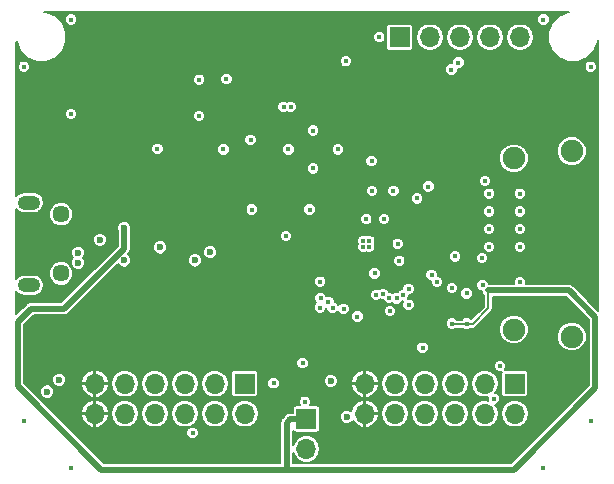
<source format=gbr>
G04 #@! TF.GenerationSoftware,KiCad,Pcbnew,5.0.2-bee76a0~70~ubuntu18.04.1*
G04 #@! TF.CreationDate,2020-08-11T13:50:02+01:00*
G04 #@! TF.ProjectId,picodvi,7069636f-6476-4692-9e6b-696361645f70,rev?*
G04 #@! TF.SameCoordinates,Original*
G04 #@! TF.FileFunction,Copper,L3,Inr*
G04 #@! TF.FilePolarity,Positive*
%FSLAX46Y46*%
G04 Gerber Fmt 4.6, Leading zero omitted, Abs format (unit mm)*
G04 Created by KiCad (PCBNEW 5.0.2-bee76a0~70~ubuntu18.04.1) date Tue 11 Aug 2020 13:50:02 BST*
%MOMM*%
%LPD*%
G01*
G04 APERTURE LIST*
G04 #@! TA.AperFunction,ViaPad*
%ADD10C,1.900000*%
G04 #@! TD*
G04 #@! TA.AperFunction,ViaPad*
%ADD11C,1.450000*%
G04 #@! TD*
G04 #@! TA.AperFunction,ViaPad*
%ADD12O,1.900000X1.200000*%
G04 #@! TD*
G04 #@! TA.AperFunction,ViaPad*
%ADD13R,1.700000X1.700000*%
G04 #@! TD*
G04 #@! TA.AperFunction,ViaPad*
%ADD14O,1.700000X1.700000*%
G04 #@! TD*
G04 #@! TA.AperFunction,ViaPad*
%ADD15C,0.600000*%
G04 #@! TD*
G04 #@! TA.AperFunction,ViaPad*
%ADD16C,0.450000*%
G04 #@! TD*
G04 #@! TA.AperFunction,Conductor*
%ADD17C,0.500000*%
G04 #@! TD*
G04 #@! TA.AperFunction,Conductor*
%ADD18C,0.150000*%
G04 #@! TD*
G04 #@! TA.AperFunction,Conductor*
%ADD19C,0.200000*%
G04 #@! TD*
G04 APERTURE END LIST*
D10*
G04 #@! TO.N,GND*
G04 #@! TO.C,J5*
X247400000Y-97150000D03*
X247400000Y-112850000D03*
X242500000Y-97750000D03*
X242500000Y-112250000D03*
G04 #@! TD*
D11*
G04 #@! TO.N,GND*
G04 #@! TO.C,J1*
X204162500Y-102500000D03*
X204162500Y-107500000D03*
D12*
X201462500Y-101500000D03*
X201462500Y-108500000D03*
G04 #@! TD*
D13*
G04 #@! TO.N,/PMOD0_0*
G04 #@! TO.C,J3*
X219710000Y-116840000D03*
D14*
G04 #@! TO.N,/PMOD0_4*
X219710000Y-119380000D03*
G04 #@! TO.N,/PMOD0_1*
X217170000Y-116840000D03*
G04 #@! TO.N,/PMOD0_5*
X217170000Y-119380000D03*
G04 #@! TO.N,/PMOD0_2*
X214630000Y-116840000D03*
G04 #@! TO.N,/PMOD0_6*
X214630000Y-119380000D03*
G04 #@! TO.N,/PMOD0_3*
X212090000Y-116840000D03*
G04 #@! TO.N,/PMOD0_7*
X212090000Y-119380000D03*
G04 #@! TO.N,GND*
X209550000Y-116840000D03*
X209550000Y-119380000D03*
G04 #@! TO.N,+3V3*
X207010000Y-116840000D03*
X207010000Y-119380000D03*
G04 #@! TD*
G04 #@! TO.N,+3V3*
G04 #@! TO.C,J4*
X229870000Y-119380000D03*
X229870000Y-116840000D03*
G04 #@! TO.N,GND*
X232410000Y-119380000D03*
X232410000Y-116840000D03*
G04 #@! TO.N,/PMOD1_7*
X234950000Y-119380000D03*
G04 #@! TO.N,/PMOD1_3*
X234950000Y-116840000D03*
G04 #@! TO.N,/PMOD1_6*
X237490000Y-119380000D03*
G04 #@! TO.N,/PMOD1_2*
X237490000Y-116840000D03*
G04 #@! TO.N,/PMOD1_5*
X240030000Y-119380000D03*
G04 #@! TO.N,/PMOD1_1*
X240030000Y-116840000D03*
G04 #@! TO.N,/PMOD1_4*
X242570000Y-119380000D03*
D13*
G04 #@! TO.N,/PMOD1_0*
X242570000Y-116840000D03*
G04 #@! TD*
G04 #@! TO.N,VBUS*
G04 #@! TO.C,J6*
X224925056Y-119830226D03*
D14*
G04 #@! TO.N,GND*
X224925056Y-122370226D03*
G04 #@! TD*
D13*
G04 #@! TO.N,/UART_RX*
G04 #@! TO.C,J2*
X232840000Y-87500000D03*
D14*
G04 #@! TO.N,/UART_TX*
X235380000Y-87500000D03*
G04 #@! TO.N,/SWCLK*
X237920000Y-87500000D03*
G04 #@! TO.N,/SWDIO*
X240460000Y-87500000D03*
G04 #@! TO.N,GND*
X243000000Y-87500000D03*
G04 #@! TD*
D15*
G04 #@! TO.N,+3V3*
X215500000Y-103600000D03*
D16*
X230600000Y-102300000D03*
X226800000Y-108300000D03*
X233250000Y-108250000D03*
X233200000Y-101800000D03*
X227300000Y-106000000D03*
X226774295Y-101950010D03*
D15*
X227800000Y-117000000D03*
D16*
X230063495Y-107704760D03*
X232625000Y-102375000D03*
X214250000Y-96200000D03*
X204500000Y-99500000D03*
X236000000Y-111750000D03*
X232140000Y-105520000D03*
D15*
X216800000Y-104200000D03*
D16*
X226400000Y-93400000D03*
X227000000Y-93400000D03*
X219300000Y-99200000D03*
G04 #@! TO.N,GND*
X205000000Y-86000000D03*
X234760000Y-113790000D03*
D15*
X216800000Y-105700000D03*
D16*
X229750000Y-105250000D03*
X230250000Y-104750000D03*
X232300000Y-100500000D03*
X220300000Y-102100000D03*
X225200000Y-102100000D03*
D15*
X215500000Y-106400000D03*
D16*
X229250000Y-111150000D03*
X233580000Y-110150000D03*
D15*
X209500000Y-106400000D03*
X204000000Y-116500000D03*
X203000000Y-117500000D03*
X228346000Y-119634000D03*
X227000000Y-116600000D03*
D16*
X230250000Y-105250000D03*
X229750000Y-104750000D03*
X235250000Y-100150000D03*
X223200000Y-104350000D03*
X220200000Y-96200000D03*
X201000000Y-90000000D03*
X201000000Y-120000000D03*
X205000000Y-124000000D03*
X245000000Y-124000000D03*
X249000000Y-120000000D03*
X245000000Y-86000000D03*
X249000000Y-90000000D03*
X215850000Y-91100000D03*
X226100000Y-108200000D03*
X240800000Y-118100000D03*
X224600000Y-115100000D03*
X224790000Y-118364000D03*
X215300000Y-121000000D03*
X232000000Y-110700000D03*
X243000000Y-100750000D03*
X243000000Y-102250000D03*
X243000000Y-103750000D03*
X243000000Y-105250000D03*
X243000000Y-108250000D03*
X223600000Y-93400000D03*
X226100000Y-110400000D03*
X231100000Y-87500000D03*
X240050000Y-99675000D03*
X233581794Y-108818206D03*
X217900000Y-97000000D03*
X240400000Y-105250000D03*
X240400000Y-103750000D03*
X240400000Y-102250000D03*
X240400000Y-100750000D03*
X218160000Y-91040000D03*
X228265694Y-89534306D03*
X230449990Y-98000000D03*
X232660000Y-105000000D03*
X239850000Y-108500000D03*
X241300000Y-115350000D03*
X239800000Y-106200000D03*
X237520000Y-106050000D03*
X235530000Y-107630000D03*
D15*
X212550000Y-105300000D03*
X205600000Y-105750000D03*
X205600000Y-106600000D03*
X207450000Y-104650000D03*
D16*
X234300000Y-101150000D03*
X225500000Y-95400000D03*
X225500000Y-98600000D03*
X223400000Y-97000000D03*
X227600000Y-97000000D03*
X230500000Y-100500000D03*
X223000000Y-93400000D03*
X215850000Y-94150000D03*
G04 #@! TO.N,+1V1*
X230000000Y-102900000D03*
X231500000Y-102900000D03*
X230700000Y-107500000D03*
D15*
G04 #@! TO.N,VBUS*
X209500000Y-103650000D03*
D16*
X240316085Y-108929311D03*
X237250000Y-111750000D03*
X238500000Y-111750000D03*
G04 #@! TO.N,/SWCLK*
X230825740Y-109317935D03*
G04 #@! TO.N,/SWDIO*
X231420028Y-109235259D03*
G04 #@! TO.N,/PMOD0_4*
X222149968Y-116800000D03*
G04 #@! TO.N,/PMOD1_7*
X228072750Y-110500009D03*
G04 #@! TO.N,/PMOD1_6*
X227151957Y-110385519D03*
G04 #@! TO.N,/PMOD1_5*
X226799434Y-109899987D03*
G04 #@! TO.N,/PMOD1_4*
X226136142Y-109599976D03*
G04 #@! TO.N,/RUN_~RST~*
X231924993Y-109559333D03*
X212306797Y-96950010D03*
G04 #@! TO.N,/UART_RX*
X233104754Y-109342833D03*
X237200000Y-90250000D03*
G04 #@! TO.N,/UART_TX*
X232570132Y-109615217D03*
X237793209Y-89642380D03*
G04 #@! TO.N,/USER_LED_BUTTON*
X205000000Y-94000000D03*
X232792998Y-106437529D03*
G04 #@! TO.N,/uC_DVI_SCL*
X237250000Y-108740000D03*
G04 #@! TO.N,/uC_DVI_SDA*
X238494268Y-109190010D03*
G04 #@! TO.N,/uC_DVI_CEC*
X236000000Y-108224999D03*
G04 #@! TD*
D17*
G04 #@! TO.N,VBUS*
X223266000Y-120139282D02*
X223266000Y-124100000D01*
X223575056Y-119830226D02*
X223266000Y-120139282D01*
X224925056Y-119830226D02*
X223575056Y-119830226D01*
X223266000Y-124100000D02*
X242500000Y-124100000D01*
X242500000Y-124100000D02*
X249400000Y-117200000D01*
X247129311Y-108929311D02*
X240634283Y-108929311D01*
X240634283Y-108929311D02*
X240316085Y-108929311D01*
X249400000Y-111200000D02*
X247129311Y-108929311D01*
X249400000Y-117200000D02*
X249400000Y-111200000D01*
D18*
X240316085Y-108929311D02*
X240316085Y-110466085D01*
X240316085Y-110466085D02*
X238992170Y-111790000D01*
X238992170Y-111790000D02*
X237340000Y-111790000D01*
D17*
X209500000Y-105400000D02*
X204400000Y-110500000D01*
X200475010Y-111624990D02*
X200475010Y-116997008D01*
X209500000Y-103650000D02*
X209500000Y-105400000D01*
X200475010Y-116997008D02*
X207578002Y-124100000D01*
X207578002Y-124100000D02*
X223266000Y-124100000D01*
X204400000Y-110500000D02*
X201600000Y-110500000D01*
X201600000Y-110500000D02*
X200475010Y-111624990D01*
G04 #@! TD*
D19*
G04 #@! TO.N,+3V3*
G36*
X247192645Y-85400000D02*
X247082284Y-85400000D01*
X246310446Y-85719706D01*
X245719706Y-86310446D01*
X245400000Y-87082284D01*
X245400000Y-87917716D01*
X245719706Y-88689554D01*
X246310446Y-89280294D01*
X247082284Y-89600000D01*
X247917716Y-89600000D01*
X248689554Y-89280294D01*
X249280294Y-88689554D01*
X249600000Y-87917716D01*
X249600000Y-87736576D01*
X249625000Y-88016697D01*
X249625001Y-110647184D01*
X247556527Y-108578711D01*
X247525839Y-108532783D01*
X247343910Y-108411222D01*
X247183481Y-108379311D01*
X247183480Y-108379311D01*
X247129311Y-108368536D01*
X247075142Y-108379311D01*
X243514693Y-108379311D01*
X243525000Y-108354429D01*
X243525000Y-108145571D01*
X243445073Y-107952612D01*
X243297388Y-107804927D01*
X243104429Y-107725000D01*
X242895571Y-107725000D01*
X242702612Y-107804927D01*
X242554927Y-107952612D01*
X242475000Y-108145571D01*
X242475000Y-108354429D01*
X242485307Y-108379311D01*
X240368265Y-108379311D01*
X240295073Y-108202612D01*
X240147388Y-108054927D01*
X239954429Y-107975000D01*
X239745571Y-107975000D01*
X239552612Y-108054927D01*
X239404927Y-108202612D01*
X239325000Y-108395571D01*
X239325000Y-108604429D01*
X239404927Y-108797388D01*
X239552612Y-108945073D01*
X239745571Y-109025000D01*
X239774344Y-109025000D01*
X239797996Y-109143910D01*
X239919557Y-109325839D01*
X239941085Y-109340224D01*
X239941086Y-110310754D01*
X238872151Y-111379690D01*
X238797388Y-111304927D01*
X238604429Y-111225000D01*
X238395571Y-111225000D01*
X238202612Y-111304927D01*
X238092539Y-111415000D01*
X237657461Y-111415000D01*
X237547388Y-111304927D01*
X237354429Y-111225000D01*
X237145571Y-111225000D01*
X236952612Y-111304927D01*
X236804927Y-111452612D01*
X236725000Y-111645571D01*
X236725000Y-111854429D01*
X236804927Y-112047388D01*
X236952612Y-112195073D01*
X237145571Y-112275000D01*
X237354429Y-112275000D01*
X237547388Y-112195073D01*
X237577461Y-112165000D01*
X238172539Y-112165000D01*
X238202612Y-112195073D01*
X238395571Y-112275000D01*
X238604429Y-112275000D01*
X238797388Y-112195073D01*
X238827461Y-112165000D01*
X238955244Y-112165000D01*
X238992170Y-112172345D01*
X239029096Y-112165000D01*
X239029101Y-112165000D01*
X239138487Y-112143242D01*
X239262529Y-112060359D01*
X239283450Y-112029050D01*
X239311140Y-112001360D01*
X241250000Y-112001360D01*
X241250000Y-112498640D01*
X241440301Y-112958068D01*
X241791932Y-113309699D01*
X242251360Y-113500000D01*
X242748640Y-113500000D01*
X243208068Y-113309699D01*
X243559699Y-112958068D01*
X243707452Y-112601360D01*
X246150000Y-112601360D01*
X246150000Y-113098640D01*
X246340301Y-113558068D01*
X246691932Y-113909699D01*
X247151360Y-114100000D01*
X247648640Y-114100000D01*
X248108068Y-113909699D01*
X248459699Y-113558068D01*
X248650000Y-113098640D01*
X248650000Y-112601360D01*
X248459699Y-112141932D01*
X248108068Y-111790301D01*
X247648640Y-111600000D01*
X247151360Y-111600000D01*
X246691932Y-111790301D01*
X246340301Y-112141932D01*
X246150000Y-112601360D01*
X243707452Y-112601360D01*
X243750000Y-112498640D01*
X243750000Y-112001360D01*
X243559699Y-111541932D01*
X243208068Y-111190301D01*
X242748640Y-111000000D01*
X242251360Y-111000000D01*
X241791932Y-111190301D01*
X241440301Y-111541932D01*
X241250000Y-112001360D01*
X239311140Y-112001360D01*
X240555137Y-110757363D01*
X240586444Y-110736444D01*
X240607504Y-110704927D01*
X240669326Y-110612403D01*
X240669327Y-110612402D01*
X240691085Y-110503016D01*
X240691085Y-110503011D01*
X240698430Y-110466085D01*
X240691085Y-110429159D01*
X240691085Y-109479311D01*
X246901495Y-109479311D01*
X248850001Y-111427818D01*
X248850000Y-116972182D01*
X242272184Y-123550000D01*
X223816000Y-123550000D01*
X223816000Y-122689328D01*
X223841780Y-122818933D01*
X224095953Y-123199329D01*
X224476349Y-123453502D01*
X224811795Y-123520226D01*
X225038317Y-123520226D01*
X225373763Y-123453502D01*
X225754159Y-123199329D01*
X226008332Y-122818933D01*
X226097585Y-122370226D01*
X226008332Y-121921519D01*
X225754159Y-121541123D01*
X225373763Y-121286950D01*
X225038317Y-121220226D01*
X224811795Y-121220226D01*
X224476349Y-121286950D01*
X224095953Y-121541123D01*
X223841780Y-121921519D01*
X223816000Y-122051124D01*
X223816000Y-120832506D01*
X223858768Y-120896514D01*
X223958002Y-120962819D01*
X224075056Y-120986103D01*
X225775056Y-120986103D01*
X225892110Y-120962819D01*
X225991344Y-120896514D01*
X226057649Y-120797280D01*
X226080933Y-120680226D01*
X226080933Y-119514653D01*
X227746000Y-119514653D01*
X227746000Y-119753347D01*
X227837344Y-119973873D01*
X228006127Y-120142656D01*
X228226653Y-120234000D01*
X228465347Y-120234000D01*
X228685873Y-120142656D01*
X228843260Y-119985269D01*
X228860114Y-120028179D01*
X229185034Y-120365306D01*
X229614234Y-120552429D01*
X229657627Y-120561058D01*
X229845000Y-120492219D01*
X229845000Y-119405000D01*
X229895000Y-119405000D01*
X229895000Y-120492219D01*
X230082373Y-120561058D01*
X230125766Y-120552429D01*
X230554966Y-120365306D01*
X230879886Y-120028179D01*
X231051060Y-119592373D01*
X230982242Y-119405000D01*
X229895000Y-119405000D01*
X229845000Y-119405000D01*
X229825000Y-119405000D01*
X229825000Y-119380000D01*
X231237471Y-119380000D01*
X231326724Y-119828707D01*
X231580897Y-120209103D01*
X231961293Y-120463276D01*
X232296739Y-120530000D01*
X232523261Y-120530000D01*
X232858707Y-120463276D01*
X233239103Y-120209103D01*
X233493276Y-119828707D01*
X233582529Y-119380000D01*
X233777471Y-119380000D01*
X233866724Y-119828707D01*
X234120897Y-120209103D01*
X234501293Y-120463276D01*
X234836739Y-120530000D01*
X235063261Y-120530000D01*
X235398707Y-120463276D01*
X235779103Y-120209103D01*
X236033276Y-119828707D01*
X236122529Y-119380000D01*
X236317471Y-119380000D01*
X236406724Y-119828707D01*
X236660897Y-120209103D01*
X237041293Y-120463276D01*
X237376739Y-120530000D01*
X237603261Y-120530000D01*
X237938707Y-120463276D01*
X238319103Y-120209103D01*
X238573276Y-119828707D01*
X238662529Y-119380000D01*
X238573276Y-118931293D01*
X238319103Y-118550897D01*
X237938707Y-118296724D01*
X237603261Y-118230000D01*
X237376739Y-118230000D01*
X237041293Y-118296724D01*
X236660897Y-118550897D01*
X236406724Y-118931293D01*
X236317471Y-119380000D01*
X236122529Y-119380000D01*
X236033276Y-118931293D01*
X235779103Y-118550897D01*
X235398707Y-118296724D01*
X235063261Y-118230000D01*
X234836739Y-118230000D01*
X234501293Y-118296724D01*
X234120897Y-118550897D01*
X233866724Y-118931293D01*
X233777471Y-119380000D01*
X233582529Y-119380000D01*
X233493276Y-118931293D01*
X233239103Y-118550897D01*
X232858707Y-118296724D01*
X232523261Y-118230000D01*
X232296739Y-118230000D01*
X231961293Y-118296724D01*
X231580897Y-118550897D01*
X231326724Y-118931293D01*
X231237471Y-119380000D01*
X229825000Y-119380000D01*
X229825000Y-119355000D01*
X229845000Y-119355000D01*
X229845000Y-118267781D01*
X229895000Y-118267781D01*
X229895000Y-119355000D01*
X230982242Y-119355000D01*
X231051060Y-119167627D01*
X230879886Y-118731821D01*
X230554966Y-118394694D01*
X230125766Y-118207571D01*
X230082373Y-118198942D01*
X229895000Y-118267781D01*
X229845000Y-118267781D01*
X229657627Y-118198942D01*
X229614234Y-118207571D01*
X229185034Y-118394694D01*
X228860114Y-118731821D01*
X228699999Y-119139470D01*
X228685873Y-119125344D01*
X228465347Y-119034000D01*
X228226653Y-119034000D01*
X228006127Y-119125344D01*
X227837344Y-119294127D01*
X227746000Y-119514653D01*
X226080933Y-119514653D01*
X226080933Y-118980226D01*
X226057649Y-118863172D01*
X225991344Y-118763938D01*
X225892110Y-118697633D01*
X225775056Y-118674349D01*
X225222112Y-118674349D01*
X225235073Y-118661388D01*
X225315000Y-118468429D01*
X225315000Y-118259571D01*
X225235073Y-118066612D01*
X225087388Y-117918927D01*
X224894429Y-117839000D01*
X224685571Y-117839000D01*
X224492612Y-117918927D01*
X224344927Y-118066612D01*
X224265000Y-118259571D01*
X224265000Y-118468429D01*
X224344927Y-118661388D01*
X224357888Y-118674349D01*
X224075056Y-118674349D01*
X223958002Y-118697633D01*
X223858768Y-118763938D01*
X223792463Y-118863172D01*
X223769179Y-118980226D01*
X223769179Y-119280226D01*
X223629224Y-119280226D01*
X223575055Y-119269451D01*
X223520886Y-119280226D01*
X223360457Y-119312137D01*
X223178528Y-119433698D01*
X223147840Y-119479626D01*
X222915400Y-119712066D01*
X222869472Y-119742754D01*
X222747911Y-119924684D01*
X222738127Y-119973873D01*
X222705225Y-120139282D01*
X222716000Y-120193451D01*
X222716001Y-123550000D01*
X207805819Y-123550000D01*
X205151390Y-120895571D01*
X214775000Y-120895571D01*
X214775000Y-121104429D01*
X214854927Y-121297388D01*
X215002612Y-121445073D01*
X215195571Y-121525000D01*
X215404429Y-121525000D01*
X215597388Y-121445073D01*
X215745073Y-121297388D01*
X215825000Y-121104429D01*
X215825000Y-120895571D01*
X215745073Y-120702612D01*
X215597388Y-120554927D01*
X215404429Y-120475000D01*
X215195571Y-120475000D01*
X215002612Y-120554927D01*
X214854927Y-120702612D01*
X214775000Y-120895571D01*
X205151390Y-120895571D01*
X203848192Y-119592373D01*
X205828940Y-119592373D01*
X206000114Y-120028179D01*
X206325034Y-120365306D01*
X206754234Y-120552429D01*
X206797627Y-120561058D01*
X206985000Y-120492219D01*
X206985000Y-119405000D01*
X207035000Y-119405000D01*
X207035000Y-120492219D01*
X207222373Y-120561058D01*
X207265766Y-120552429D01*
X207694966Y-120365306D01*
X208019886Y-120028179D01*
X208191060Y-119592373D01*
X208122242Y-119405000D01*
X207035000Y-119405000D01*
X206985000Y-119405000D01*
X205897758Y-119405000D01*
X205828940Y-119592373D01*
X203848192Y-119592373D01*
X203635819Y-119380000D01*
X208377471Y-119380000D01*
X208466724Y-119828707D01*
X208720897Y-120209103D01*
X209101293Y-120463276D01*
X209436739Y-120530000D01*
X209663261Y-120530000D01*
X209998707Y-120463276D01*
X210379103Y-120209103D01*
X210633276Y-119828707D01*
X210722529Y-119380000D01*
X210917471Y-119380000D01*
X211006724Y-119828707D01*
X211260897Y-120209103D01*
X211641293Y-120463276D01*
X211976739Y-120530000D01*
X212203261Y-120530000D01*
X212538707Y-120463276D01*
X212919103Y-120209103D01*
X213173276Y-119828707D01*
X213262529Y-119380000D01*
X213457471Y-119380000D01*
X213546724Y-119828707D01*
X213800897Y-120209103D01*
X214181293Y-120463276D01*
X214516739Y-120530000D01*
X214743261Y-120530000D01*
X215078707Y-120463276D01*
X215459103Y-120209103D01*
X215713276Y-119828707D01*
X215802529Y-119380000D01*
X215997471Y-119380000D01*
X216086724Y-119828707D01*
X216340897Y-120209103D01*
X216721293Y-120463276D01*
X217056739Y-120530000D01*
X217283261Y-120530000D01*
X217618707Y-120463276D01*
X217999103Y-120209103D01*
X218253276Y-119828707D01*
X218342529Y-119380000D01*
X218537471Y-119380000D01*
X218626724Y-119828707D01*
X218880897Y-120209103D01*
X219261293Y-120463276D01*
X219596739Y-120530000D01*
X219823261Y-120530000D01*
X220158707Y-120463276D01*
X220539103Y-120209103D01*
X220793276Y-119828707D01*
X220882529Y-119380000D01*
X220793276Y-118931293D01*
X220539103Y-118550897D01*
X220158707Y-118296724D01*
X219823261Y-118230000D01*
X219596739Y-118230000D01*
X219261293Y-118296724D01*
X218880897Y-118550897D01*
X218626724Y-118931293D01*
X218537471Y-119380000D01*
X218342529Y-119380000D01*
X218253276Y-118931293D01*
X217999103Y-118550897D01*
X217618707Y-118296724D01*
X217283261Y-118230000D01*
X217056739Y-118230000D01*
X216721293Y-118296724D01*
X216340897Y-118550897D01*
X216086724Y-118931293D01*
X215997471Y-119380000D01*
X215802529Y-119380000D01*
X215713276Y-118931293D01*
X215459103Y-118550897D01*
X215078707Y-118296724D01*
X214743261Y-118230000D01*
X214516739Y-118230000D01*
X214181293Y-118296724D01*
X213800897Y-118550897D01*
X213546724Y-118931293D01*
X213457471Y-119380000D01*
X213262529Y-119380000D01*
X213173276Y-118931293D01*
X212919103Y-118550897D01*
X212538707Y-118296724D01*
X212203261Y-118230000D01*
X211976739Y-118230000D01*
X211641293Y-118296724D01*
X211260897Y-118550897D01*
X211006724Y-118931293D01*
X210917471Y-119380000D01*
X210722529Y-119380000D01*
X210633276Y-118931293D01*
X210379103Y-118550897D01*
X209998707Y-118296724D01*
X209663261Y-118230000D01*
X209436739Y-118230000D01*
X209101293Y-118296724D01*
X208720897Y-118550897D01*
X208466724Y-118931293D01*
X208377471Y-119380000D01*
X203635819Y-119380000D01*
X203423446Y-119167627D01*
X205828940Y-119167627D01*
X205897758Y-119355000D01*
X206985000Y-119355000D01*
X206985000Y-118267781D01*
X207035000Y-118267781D01*
X207035000Y-119355000D01*
X208122242Y-119355000D01*
X208191060Y-119167627D01*
X208019886Y-118731821D01*
X207694966Y-118394694D01*
X207265766Y-118207571D01*
X207222373Y-118198942D01*
X207035000Y-118267781D01*
X206985000Y-118267781D01*
X206797627Y-118198942D01*
X206754234Y-118207571D01*
X206325034Y-118394694D01*
X206000114Y-118731821D01*
X205828940Y-119167627D01*
X203423446Y-119167627D01*
X201636472Y-117380653D01*
X202400000Y-117380653D01*
X202400000Y-117619347D01*
X202491344Y-117839873D01*
X202660127Y-118008656D01*
X202880653Y-118100000D01*
X203119347Y-118100000D01*
X203339873Y-118008656D01*
X203508656Y-117839873D01*
X203600000Y-117619347D01*
X203600000Y-117380653D01*
X203508656Y-117160127D01*
X203339873Y-116991344D01*
X203119347Y-116900000D01*
X202880653Y-116900000D01*
X202660127Y-116991344D01*
X202491344Y-117160127D01*
X202400000Y-117380653D01*
X201636472Y-117380653D01*
X201025010Y-116769192D01*
X201025010Y-116380653D01*
X203400000Y-116380653D01*
X203400000Y-116619347D01*
X203491344Y-116839873D01*
X203660127Y-117008656D01*
X203880653Y-117100000D01*
X204119347Y-117100000D01*
X204234329Y-117052373D01*
X205828940Y-117052373D01*
X206000114Y-117488179D01*
X206325034Y-117825306D01*
X206754234Y-118012429D01*
X206797627Y-118021058D01*
X206985000Y-117952219D01*
X206985000Y-116865000D01*
X207035000Y-116865000D01*
X207035000Y-117952219D01*
X207222373Y-118021058D01*
X207265766Y-118012429D01*
X207694966Y-117825306D01*
X208019886Y-117488179D01*
X208191060Y-117052373D01*
X208122242Y-116865000D01*
X207035000Y-116865000D01*
X206985000Y-116865000D01*
X205897758Y-116865000D01*
X205828940Y-117052373D01*
X204234329Y-117052373D01*
X204339873Y-117008656D01*
X204508529Y-116840000D01*
X208377471Y-116840000D01*
X208466724Y-117288707D01*
X208720897Y-117669103D01*
X209101293Y-117923276D01*
X209436739Y-117990000D01*
X209663261Y-117990000D01*
X209998707Y-117923276D01*
X210379103Y-117669103D01*
X210633276Y-117288707D01*
X210722529Y-116840000D01*
X210917471Y-116840000D01*
X211006724Y-117288707D01*
X211260897Y-117669103D01*
X211641293Y-117923276D01*
X211976739Y-117990000D01*
X212203261Y-117990000D01*
X212538707Y-117923276D01*
X212919103Y-117669103D01*
X213173276Y-117288707D01*
X213262529Y-116840000D01*
X213457471Y-116840000D01*
X213546724Y-117288707D01*
X213800897Y-117669103D01*
X214181293Y-117923276D01*
X214516739Y-117990000D01*
X214743261Y-117990000D01*
X215078707Y-117923276D01*
X215459103Y-117669103D01*
X215713276Y-117288707D01*
X215802529Y-116840000D01*
X215997471Y-116840000D01*
X216086724Y-117288707D01*
X216340897Y-117669103D01*
X216721293Y-117923276D01*
X217056739Y-117990000D01*
X217283261Y-117990000D01*
X217618707Y-117923276D01*
X217999103Y-117669103D01*
X218253276Y-117288707D01*
X218342529Y-116840000D01*
X218253276Y-116391293D01*
X217999103Y-116010897D01*
X217967829Y-115990000D01*
X218554123Y-115990000D01*
X218554123Y-117690000D01*
X218577407Y-117807054D01*
X218643712Y-117906288D01*
X218742946Y-117972593D01*
X218860000Y-117995877D01*
X220560000Y-117995877D01*
X220677054Y-117972593D01*
X220776288Y-117906288D01*
X220842593Y-117807054D01*
X220865877Y-117690000D01*
X220865877Y-116695571D01*
X221624968Y-116695571D01*
X221624968Y-116904429D01*
X221704895Y-117097388D01*
X221852580Y-117245073D01*
X222045539Y-117325000D01*
X222254397Y-117325000D01*
X222447356Y-117245073D01*
X222595041Y-117097388D01*
X222674968Y-116904429D01*
X222674968Y-116695571D01*
X222595041Y-116502612D01*
X222573082Y-116480653D01*
X226400000Y-116480653D01*
X226400000Y-116719347D01*
X226491344Y-116939873D01*
X226660127Y-117108656D01*
X226880653Y-117200000D01*
X227119347Y-117200000D01*
X227339873Y-117108656D01*
X227396156Y-117052373D01*
X228688940Y-117052373D01*
X228860114Y-117488179D01*
X229185034Y-117825306D01*
X229614234Y-118012429D01*
X229657627Y-118021058D01*
X229845000Y-117952219D01*
X229845000Y-116865000D01*
X229895000Y-116865000D01*
X229895000Y-117952219D01*
X230082373Y-118021058D01*
X230125766Y-118012429D01*
X230554966Y-117825306D01*
X230879886Y-117488179D01*
X231051060Y-117052373D01*
X230982242Y-116865000D01*
X229895000Y-116865000D01*
X229845000Y-116865000D01*
X228757758Y-116865000D01*
X228688940Y-117052373D01*
X227396156Y-117052373D01*
X227508656Y-116939873D01*
X227550024Y-116840000D01*
X231237471Y-116840000D01*
X231326724Y-117288707D01*
X231580897Y-117669103D01*
X231961293Y-117923276D01*
X232296739Y-117990000D01*
X232523261Y-117990000D01*
X232858707Y-117923276D01*
X233239103Y-117669103D01*
X233493276Y-117288707D01*
X233582529Y-116840000D01*
X233777471Y-116840000D01*
X233866724Y-117288707D01*
X234120897Y-117669103D01*
X234501293Y-117923276D01*
X234836739Y-117990000D01*
X235063261Y-117990000D01*
X235398707Y-117923276D01*
X235779103Y-117669103D01*
X236033276Y-117288707D01*
X236122529Y-116840000D01*
X236317471Y-116840000D01*
X236406724Y-117288707D01*
X236660897Y-117669103D01*
X237041293Y-117923276D01*
X237376739Y-117990000D01*
X237603261Y-117990000D01*
X237938707Y-117923276D01*
X238319103Y-117669103D01*
X238573276Y-117288707D01*
X238662529Y-116840000D01*
X238857471Y-116840000D01*
X238946724Y-117288707D01*
X239200897Y-117669103D01*
X239581293Y-117923276D01*
X239916739Y-117990000D01*
X240143261Y-117990000D01*
X240289344Y-117960942D01*
X240275000Y-117995571D01*
X240275000Y-118204429D01*
X240298372Y-118260853D01*
X240143261Y-118230000D01*
X239916739Y-118230000D01*
X239581293Y-118296724D01*
X239200897Y-118550897D01*
X238946724Y-118931293D01*
X238857471Y-119380000D01*
X238946724Y-119828707D01*
X239200897Y-120209103D01*
X239581293Y-120463276D01*
X239916739Y-120530000D01*
X240143261Y-120530000D01*
X240478707Y-120463276D01*
X240859103Y-120209103D01*
X241113276Y-119828707D01*
X241202529Y-119380000D01*
X241397471Y-119380000D01*
X241486724Y-119828707D01*
X241740897Y-120209103D01*
X242121293Y-120463276D01*
X242456739Y-120530000D01*
X242683261Y-120530000D01*
X243018707Y-120463276D01*
X243399103Y-120209103D01*
X243653276Y-119828707D01*
X243742529Y-119380000D01*
X243653276Y-118931293D01*
X243399103Y-118550897D01*
X243018707Y-118296724D01*
X242683261Y-118230000D01*
X242456739Y-118230000D01*
X242121293Y-118296724D01*
X241740897Y-118550897D01*
X241486724Y-118931293D01*
X241397471Y-119380000D01*
X241202529Y-119380000D01*
X241113276Y-118931293D01*
X240907709Y-118623641D01*
X241097388Y-118545073D01*
X241245073Y-118397388D01*
X241325000Y-118204429D01*
X241325000Y-117995571D01*
X241245073Y-117802612D01*
X241097388Y-117654927D01*
X240918176Y-117580694D01*
X241113276Y-117288707D01*
X241202529Y-116840000D01*
X241113276Y-116391293D01*
X240859103Y-116010897D01*
X240478707Y-115756724D01*
X240143261Y-115690000D01*
X239916739Y-115690000D01*
X239581293Y-115756724D01*
X239200897Y-116010897D01*
X238946724Y-116391293D01*
X238857471Y-116840000D01*
X238662529Y-116840000D01*
X238573276Y-116391293D01*
X238319103Y-116010897D01*
X237938707Y-115756724D01*
X237603261Y-115690000D01*
X237376739Y-115690000D01*
X237041293Y-115756724D01*
X236660897Y-116010897D01*
X236406724Y-116391293D01*
X236317471Y-116840000D01*
X236122529Y-116840000D01*
X236033276Y-116391293D01*
X235779103Y-116010897D01*
X235398707Y-115756724D01*
X235063261Y-115690000D01*
X234836739Y-115690000D01*
X234501293Y-115756724D01*
X234120897Y-116010897D01*
X233866724Y-116391293D01*
X233777471Y-116840000D01*
X233582529Y-116840000D01*
X233493276Y-116391293D01*
X233239103Y-116010897D01*
X232858707Y-115756724D01*
X232523261Y-115690000D01*
X232296739Y-115690000D01*
X231961293Y-115756724D01*
X231580897Y-116010897D01*
X231326724Y-116391293D01*
X231237471Y-116840000D01*
X227550024Y-116840000D01*
X227600000Y-116719347D01*
X227600000Y-116627627D01*
X228688940Y-116627627D01*
X228757758Y-116815000D01*
X229845000Y-116815000D01*
X229845000Y-115727781D01*
X229895000Y-115727781D01*
X229895000Y-116815000D01*
X230982242Y-116815000D01*
X231051060Y-116627627D01*
X230879886Y-116191821D01*
X230554966Y-115854694D01*
X230125766Y-115667571D01*
X230082373Y-115658942D01*
X229895000Y-115727781D01*
X229845000Y-115727781D01*
X229657627Y-115658942D01*
X229614234Y-115667571D01*
X229185034Y-115854694D01*
X228860114Y-116191821D01*
X228688940Y-116627627D01*
X227600000Y-116627627D01*
X227600000Y-116480653D01*
X227508656Y-116260127D01*
X227339873Y-116091344D01*
X227119347Y-116000000D01*
X226880653Y-116000000D01*
X226660127Y-116091344D01*
X226491344Y-116260127D01*
X226400000Y-116480653D01*
X222573082Y-116480653D01*
X222447356Y-116354927D01*
X222254397Y-116275000D01*
X222045539Y-116275000D01*
X221852580Y-116354927D01*
X221704895Y-116502612D01*
X221624968Y-116695571D01*
X220865877Y-116695571D01*
X220865877Y-115990000D01*
X220842593Y-115872946D01*
X220776288Y-115773712D01*
X220677054Y-115707407D01*
X220560000Y-115684123D01*
X218860000Y-115684123D01*
X218742946Y-115707407D01*
X218643712Y-115773712D01*
X218577407Y-115872946D01*
X218554123Y-115990000D01*
X217967829Y-115990000D01*
X217618707Y-115756724D01*
X217283261Y-115690000D01*
X217056739Y-115690000D01*
X216721293Y-115756724D01*
X216340897Y-116010897D01*
X216086724Y-116391293D01*
X215997471Y-116840000D01*
X215802529Y-116840000D01*
X215713276Y-116391293D01*
X215459103Y-116010897D01*
X215078707Y-115756724D01*
X214743261Y-115690000D01*
X214516739Y-115690000D01*
X214181293Y-115756724D01*
X213800897Y-116010897D01*
X213546724Y-116391293D01*
X213457471Y-116840000D01*
X213262529Y-116840000D01*
X213173276Y-116391293D01*
X212919103Y-116010897D01*
X212538707Y-115756724D01*
X212203261Y-115690000D01*
X211976739Y-115690000D01*
X211641293Y-115756724D01*
X211260897Y-116010897D01*
X211006724Y-116391293D01*
X210917471Y-116840000D01*
X210722529Y-116840000D01*
X210633276Y-116391293D01*
X210379103Y-116010897D01*
X209998707Y-115756724D01*
X209663261Y-115690000D01*
X209436739Y-115690000D01*
X209101293Y-115756724D01*
X208720897Y-116010897D01*
X208466724Y-116391293D01*
X208377471Y-116840000D01*
X204508529Y-116840000D01*
X204508656Y-116839873D01*
X204596570Y-116627627D01*
X205828940Y-116627627D01*
X205897758Y-116815000D01*
X206985000Y-116815000D01*
X206985000Y-115727781D01*
X207035000Y-115727781D01*
X207035000Y-116815000D01*
X208122242Y-116815000D01*
X208191060Y-116627627D01*
X208019886Y-116191821D01*
X207694966Y-115854694D01*
X207265766Y-115667571D01*
X207222373Y-115658942D01*
X207035000Y-115727781D01*
X206985000Y-115727781D01*
X206797627Y-115658942D01*
X206754234Y-115667571D01*
X206325034Y-115854694D01*
X206000114Y-116191821D01*
X205828940Y-116627627D01*
X204596570Y-116627627D01*
X204600000Y-116619347D01*
X204600000Y-116380653D01*
X204508656Y-116160127D01*
X204339873Y-115991344D01*
X204119347Y-115900000D01*
X203880653Y-115900000D01*
X203660127Y-115991344D01*
X203491344Y-116160127D01*
X203400000Y-116380653D01*
X201025010Y-116380653D01*
X201025010Y-114995571D01*
X224075000Y-114995571D01*
X224075000Y-115204429D01*
X224154927Y-115397388D01*
X224302612Y-115545073D01*
X224495571Y-115625000D01*
X224704429Y-115625000D01*
X224897388Y-115545073D01*
X225045073Y-115397388D01*
X225107958Y-115245571D01*
X240775000Y-115245571D01*
X240775000Y-115454429D01*
X240854927Y-115647388D01*
X241002612Y-115795073D01*
X241195571Y-115875000D01*
X241404429Y-115875000D01*
X241448129Y-115856899D01*
X241437407Y-115872946D01*
X241414123Y-115990000D01*
X241414123Y-117690000D01*
X241437407Y-117807054D01*
X241503712Y-117906288D01*
X241602946Y-117972593D01*
X241720000Y-117995877D01*
X243420000Y-117995877D01*
X243537054Y-117972593D01*
X243636288Y-117906288D01*
X243702593Y-117807054D01*
X243725877Y-117690000D01*
X243725877Y-115990000D01*
X243702593Y-115872946D01*
X243636288Y-115773712D01*
X243537054Y-115707407D01*
X243420000Y-115684123D01*
X241720000Y-115684123D01*
X241705442Y-115687019D01*
X241745073Y-115647388D01*
X241825000Y-115454429D01*
X241825000Y-115245571D01*
X241745073Y-115052612D01*
X241597388Y-114904927D01*
X241404429Y-114825000D01*
X241195571Y-114825000D01*
X241002612Y-114904927D01*
X240854927Y-115052612D01*
X240775000Y-115245571D01*
X225107958Y-115245571D01*
X225125000Y-115204429D01*
X225125000Y-114995571D01*
X225045073Y-114802612D01*
X224897388Y-114654927D01*
X224704429Y-114575000D01*
X224495571Y-114575000D01*
X224302612Y-114654927D01*
X224154927Y-114802612D01*
X224075000Y-114995571D01*
X201025010Y-114995571D01*
X201025010Y-113685571D01*
X234235000Y-113685571D01*
X234235000Y-113894429D01*
X234314927Y-114087388D01*
X234462612Y-114235073D01*
X234655571Y-114315000D01*
X234864429Y-114315000D01*
X235057388Y-114235073D01*
X235205073Y-114087388D01*
X235285000Y-113894429D01*
X235285000Y-113685571D01*
X235205073Y-113492612D01*
X235057388Y-113344927D01*
X234864429Y-113265000D01*
X234655571Y-113265000D01*
X234462612Y-113344927D01*
X234314927Y-113492612D01*
X234235000Y-113685571D01*
X201025010Y-113685571D01*
X201025010Y-111852806D01*
X201827817Y-111050000D01*
X204345831Y-111050000D01*
X204400000Y-111060775D01*
X204454169Y-111050000D01*
X204454170Y-111050000D01*
X204476436Y-111045571D01*
X228725000Y-111045571D01*
X228725000Y-111254429D01*
X228804927Y-111447388D01*
X228952612Y-111595073D01*
X229145571Y-111675000D01*
X229354429Y-111675000D01*
X229547388Y-111595073D01*
X229695073Y-111447388D01*
X229775000Y-111254429D01*
X229775000Y-111045571D01*
X229695073Y-110852612D01*
X229547388Y-110704927D01*
X229354429Y-110625000D01*
X229145571Y-110625000D01*
X228952612Y-110704927D01*
X228804927Y-110852612D01*
X228725000Y-111045571D01*
X204476436Y-111045571D01*
X204614599Y-111018089D01*
X204796528Y-110896528D01*
X204827216Y-110850600D01*
X205382245Y-110295571D01*
X225575000Y-110295571D01*
X225575000Y-110504429D01*
X225654927Y-110697388D01*
X225802612Y-110845073D01*
X225995571Y-110925000D01*
X226204429Y-110925000D01*
X226397388Y-110845073D01*
X226545073Y-110697388D01*
X226625000Y-110504429D01*
X226625000Y-110395990D01*
X226626957Y-110396800D01*
X226626957Y-110489948D01*
X226706884Y-110682907D01*
X226854569Y-110830592D01*
X227047528Y-110910519D01*
X227256386Y-110910519D01*
X227449345Y-110830592D01*
X227585167Y-110694770D01*
X227627677Y-110797397D01*
X227775362Y-110945082D01*
X227968321Y-111025009D01*
X228177179Y-111025009D01*
X228370138Y-110945082D01*
X228517823Y-110797397D01*
X228597750Y-110604438D01*
X228597750Y-110595571D01*
X231475000Y-110595571D01*
X231475000Y-110804429D01*
X231554927Y-110997388D01*
X231702612Y-111145073D01*
X231895571Y-111225000D01*
X232104429Y-111225000D01*
X232297388Y-111145073D01*
X232445073Y-110997388D01*
X232525000Y-110804429D01*
X232525000Y-110595571D01*
X232445073Y-110402612D01*
X232297388Y-110254927D01*
X232104429Y-110175000D01*
X231895571Y-110175000D01*
X231702612Y-110254927D01*
X231554927Y-110402612D01*
X231475000Y-110595571D01*
X228597750Y-110595571D01*
X228597750Y-110395580D01*
X228517823Y-110202621D01*
X228370138Y-110054936D01*
X228177179Y-109975009D01*
X227968321Y-109975009D01*
X227775362Y-110054936D01*
X227639540Y-110190758D01*
X227597030Y-110088131D01*
X227449345Y-109940446D01*
X227324434Y-109888706D01*
X227324434Y-109795558D01*
X227244507Y-109602599D01*
X227096822Y-109454914D01*
X226903863Y-109374987D01*
X226695005Y-109374987D01*
X226623477Y-109404615D01*
X226581215Y-109302588D01*
X226492133Y-109213506D01*
X230300740Y-109213506D01*
X230300740Y-109422364D01*
X230380667Y-109615323D01*
X230528352Y-109763008D01*
X230721311Y-109842935D01*
X230930169Y-109842935D01*
X231123128Y-109763008D01*
X231181446Y-109704690D01*
X231315599Y-109760259D01*
X231439964Y-109760259D01*
X231479920Y-109856721D01*
X231627605Y-110004406D01*
X231820564Y-110084333D01*
X232029422Y-110084333D01*
X232218477Y-110006023D01*
X232272744Y-110060290D01*
X232465703Y-110140217D01*
X232674561Y-110140217D01*
X232867520Y-110060290D01*
X233015205Y-109912605D01*
X233033750Y-109867833D01*
X233128622Y-109867833D01*
X233055000Y-110045571D01*
X233055000Y-110254429D01*
X233134927Y-110447388D01*
X233282612Y-110595073D01*
X233475571Y-110675000D01*
X233684429Y-110675000D01*
X233877388Y-110595073D01*
X234025073Y-110447388D01*
X234105000Y-110254429D01*
X234105000Y-110045571D01*
X234025073Y-109852612D01*
X233877388Y-109704927D01*
X233684429Y-109625000D01*
X233556132Y-109625000D01*
X233629754Y-109447262D01*
X233629754Y-109343206D01*
X233686223Y-109343206D01*
X233879182Y-109263279D01*
X234026867Y-109115594D01*
X234106794Y-108922635D01*
X234106794Y-108713777D01*
X234026867Y-108520818D01*
X233879182Y-108373133D01*
X233686223Y-108293206D01*
X233477365Y-108293206D01*
X233284406Y-108373133D01*
X233136721Y-108520818D01*
X233056794Y-108713777D01*
X233056794Y-108817833D01*
X233000325Y-108817833D01*
X232807366Y-108897760D01*
X232659681Y-109045445D01*
X232641136Y-109090217D01*
X232465703Y-109090217D01*
X232276648Y-109168527D01*
X232222381Y-109114260D01*
X232029422Y-109034333D01*
X231905057Y-109034333D01*
X231865101Y-108937871D01*
X231717416Y-108790186D01*
X231524457Y-108710259D01*
X231315599Y-108710259D01*
X231122640Y-108790186D01*
X231064322Y-108848504D01*
X230930169Y-108792935D01*
X230721311Y-108792935D01*
X230528352Y-108872862D01*
X230380667Y-109020547D01*
X230300740Y-109213506D01*
X226492133Y-109213506D01*
X226433530Y-109154903D01*
X226240571Y-109074976D01*
X226031713Y-109074976D01*
X225838754Y-109154903D01*
X225691069Y-109302588D01*
X225611142Y-109495547D01*
X225611142Y-109704405D01*
X225691069Y-109897364D01*
X225775622Y-109981917D01*
X225654927Y-110102612D01*
X225575000Y-110295571D01*
X205382245Y-110295571D01*
X207582245Y-108095571D01*
X225575000Y-108095571D01*
X225575000Y-108304429D01*
X225654927Y-108497388D01*
X225802612Y-108645073D01*
X225995571Y-108725000D01*
X226204429Y-108725000D01*
X226397388Y-108645073D01*
X226545073Y-108497388D01*
X226625000Y-108304429D01*
X226625000Y-108095571D01*
X226545073Y-107902612D01*
X226397388Y-107754927D01*
X226204429Y-107675000D01*
X225995571Y-107675000D01*
X225802612Y-107754927D01*
X225654927Y-107902612D01*
X225575000Y-108095571D01*
X207582245Y-108095571D01*
X208282245Y-107395571D01*
X230175000Y-107395571D01*
X230175000Y-107604429D01*
X230254927Y-107797388D01*
X230402612Y-107945073D01*
X230595571Y-108025000D01*
X230804429Y-108025000D01*
X230997388Y-107945073D01*
X231145073Y-107797388D01*
X231225000Y-107604429D01*
X231225000Y-107525571D01*
X235005000Y-107525571D01*
X235005000Y-107734429D01*
X235084927Y-107927388D01*
X235232612Y-108075073D01*
X235425571Y-108155000D01*
X235475000Y-108155000D01*
X235475000Y-108329428D01*
X235554927Y-108522387D01*
X235702612Y-108670072D01*
X235895571Y-108749999D01*
X236104429Y-108749999D01*
X236297388Y-108670072D01*
X236331889Y-108635571D01*
X236725000Y-108635571D01*
X236725000Y-108844429D01*
X236804927Y-109037388D01*
X236952612Y-109185073D01*
X237145571Y-109265000D01*
X237354429Y-109265000D01*
X237547388Y-109185073D01*
X237646880Y-109085581D01*
X237969268Y-109085581D01*
X237969268Y-109294439D01*
X238049195Y-109487398D01*
X238196880Y-109635083D01*
X238389839Y-109715010D01*
X238598697Y-109715010D01*
X238791656Y-109635083D01*
X238939341Y-109487398D01*
X239019268Y-109294439D01*
X239019268Y-109085581D01*
X238939341Y-108892622D01*
X238791656Y-108744937D01*
X238598697Y-108665010D01*
X238389839Y-108665010D01*
X238196880Y-108744937D01*
X238049195Y-108892622D01*
X237969268Y-109085581D01*
X237646880Y-109085581D01*
X237695073Y-109037388D01*
X237775000Y-108844429D01*
X237775000Y-108635571D01*
X237695073Y-108442612D01*
X237547388Y-108294927D01*
X237354429Y-108215000D01*
X237145571Y-108215000D01*
X236952612Y-108294927D01*
X236804927Y-108442612D01*
X236725000Y-108635571D01*
X236331889Y-108635571D01*
X236445073Y-108522387D01*
X236525000Y-108329428D01*
X236525000Y-108120570D01*
X236445073Y-107927611D01*
X236297388Y-107779926D01*
X236104429Y-107699999D01*
X236055000Y-107699999D01*
X236055000Y-107525571D01*
X235975073Y-107332612D01*
X235827388Y-107184927D01*
X235634429Y-107105000D01*
X235425571Y-107105000D01*
X235232612Y-107184927D01*
X235084927Y-107332612D01*
X235005000Y-107525571D01*
X231225000Y-107525571D01*
X231225000Y-107395571D01*
X231145073Y-107202612D01*
X230997388Y-107054927D01*
X230804429Y-106975000D01*
X230595571Y-106975000D01*
X230402612Y-107054927D01*
X230254927Y-107202612D01*
X230175000Y-107395571D01*
X208282245Y-107395571D01*
X208975704Y-106702113D01*
X208991344Y-106739873D01*
X209160127Y-106908656D01*
X209380653Y-107000000D01*
X209619347Y-107000000D01*
X209839873Y-106908656D01*
X210008656Y-106739873D01*
X210100000Y-106519347D01*
X210100000Y-106280653D01*
X214900000Y-106280653D01*
X214900000Y-106519347D01*
X214991344Y-106739873D01*
X215160127Y-106908656D01*
X215380653Y-107000000D01*
X215619347Y-107000000D01*
X215839873Y-106908656D01*
X216008656Y-106739873D01*
X216100000Y-106519347D01*
X216100000Y-106333100D01*
X232267998Y-106333100D01*
X232267998Y-106541958D01*
X232347925Y-106734917D01*
X232495610Y-106882602D01*
X232688569Y-106962529D01*
X232897427Y-106962529D01*
X233090386Y-106882602D01*
X233238071Y-106734917D01*
X233317998Y-106541958D01*
X233317998Y-106333100D01*
X233238071Y-106140141D01*
X233090386Y-105992456D01*
X232977197Y-105945571D01*
X236995000Y-105945571D01*
X236995000Y-106154429D01*
X237074927Y-106347388D01*
X237222612Y-106495073D01*
X237415571Y-106575000D01*
X237624429Y-106575000D01*
X237817388Y-106495073D01*
X237965073Y-106347388D01*
X238045000Y-106154429D01*
X238045000Y-106095571D01*
X239275000Y-106095571D01*
X239275000Y-106304429D01*
X239354927Y-106497388D01*
X239502612Y-106645073D01*
X239695571Y-106725000D01*
X239904429Y-106725000D01*
X240097388Y-106645073D01*
X240245073Y-106497388D01*
X240325000Y-106304429D01*
X240325000Y-106095571D01*
X240245073Y-105902612D01*
X240097388Y-105754927D01*
X239904429Y-105675000D01*
X239695571Y-105675000D01*
X239502612Y-105754927D01*
X239354927Y-105902612D01*
X239275000Y-106095571D01*
X238045000Y-106095571D01*
X238045000Y-105945571D01*
X237965073Y-105752612D01*
X237817388Y-105604927D01*
X237624429Y-105525000D01*
X237415571Y-105525000D01*
X237222612Y-105604927D01*
X237074927Y-105752612D01*
X236995000Y-105945571D01*
X232977197Y-105945571D01*
X232897427Y-105912529D01*
X232688569Y-105912529D01*
X232495610Y-105992456D01*
X232347925Y-106140141D01*
X232267998Y-106333100D01*
X216100000Y-106333100D01*
X216100000Y-106280653D01*
X216008656Y-106060127D01*
X215839873Y-105891344D01*
X215619347Y-105800000D01*
X215380653Y-105800000D01*
X215160127Y-105891344D01*
X214991344Y-106060127D01*
X214900000Y-106280653D01*
X210100000Y-106280653D01*
X210008656Y-106060127D01*
X209839873Y-105891344D01*
X209802113Y-105875704D01*
X209850603Y-105827214D01*
X209896528Y-105796528D01*
X210018089Y-105614599D01*
X210050000Y-105454170D01*
X210060775Y-105400001D01*
X210050000Y-105345832D01*
X210050000Y-105180653D01*
X211950000Y-105180653D01*
X211950000Y-105419347D01*
X212041344Y-105639873D01*
X212210127Y-105808656D01*
X212430653Y-105900000D01*
X212669347Y-105900000D01*
X212889873Y-105808656D01*
X213058656Y-105639873D01*
X213083185Y-105580653D01*
X216200000Y-105580653D01*
X216200000Y-105819347D01*
X216291344Y-106039873D01*
X216460127Y-106208656D01*
X216680653Y-106300000D01*
X216919347Y-106300000D01*
X217139873Y-106208656D01*
X217308656Y-106039873D01*
X217400000Y-105819347D01*
X217400000Y-105580653D01*
X217308656Y-105360127D01*
X217139873Y-105191344D01*
X216919347Y-105100000D01*
X216680653Y-105100000D01*
X216460127Y-105191344D01*
X216291344Y-105360127D01*
X216200000Y-105580653D01*
X213083185Y-105580653D01*
X213150000Y-105419347D01*
X213150000Y-105180653D01*
X213058656Y-104960127D01*
X212889873Y-104791344D01*
X212669347Y-104700000D01*
X212430653Y-104700000D01*
X212210127Y-104791344D01*
X212041344Y-104960127D01*
X211950000Y-105180653D01*
X210050000Y-105180653D01*
X210050000Y-104245571D01*
X222675000Y-104245571D01*
X222675000Y-104454429D01*
X222754927Y-104647388D01*
X222902612Y-104795073D01*
X223095571Y-104875000D01*
X223304429Y-104875000D01*
X223497388Y-104795073D01*
X223645073Y-104647388D01*
X223645825Y-104645571D01*
X229225000Y-104645571D01*
X229225000Y-104854429D01*
X229285298Y-105000000D01*
X229225000Y-105145571D01*
X229225000Y-105354429D01*
X229304927Y-105547388D01*
X229452612Y-105695073D01*
X229645571Y-105775000D01*
X229854429Y-105775000D01*
X230000000Y-105714702D01*
X230145571Y-105775000D01*
X230354429Y-105775000D01*
X230547388Y-105695073D01*
X230695073Y-105547388D01*
X230775000Y-105354429D01*
X230775000Y-105145571D01*
X230714702Y-105000000D01*
X230757958Y-104895571D01*
X232135000Y-104895571D01*
X232135000Y-105104429D01*
X232214927Y-105297388D01*
X232362612Y-105445073D01*
X232555571Y-105525000D01*
X232764429Y-105525000D01*
X232957388Y-105445073D01*
X233105073Y-105297388D01*
X233167958Y-105145571D01*
X239875000Y-105145571D01*
X239875000Y-105354429D01*
X239954927Y-105547388D01*
X240102612Y-105695073D01*
X240295571Y-105775000D01*
X240504429Y-105775000D01*
X240697388Y-105695073D01*
X240845073Y-105547388D01*
X240925000Y-105354429D01*
X240925000Y-105145571D01*
X242475000Y-105145571D01*
X242475000Y-105354429D01*
X242554927Y-105547388D01*
X242702612Y-105695073D01*
X242895571Y-105775000D01*
X243104429Y-105775000D01*
X243297388Y-105695073D01*
X243445073Y-105547388D01*
X243525000Y-105354429D01*
X243525000Y-105145571D01*
X243445073Y-104952612D01*
X243297388Y-104804927D01*
X243104429Y-104725000D01*
X242895571Y-104725000D01*
X242702612Y-104804927D01*
X242554927Y-104952612D01*
X242475000Y-105145571D01*
X240925000Y-105145571D01*
X240845073Y-104952612D01*
X240697388Y-104804927D01*
X240504429Y-104725000D01*
X240295571Y-104725000D01*
X240102612Y-104804927D01*
X239954927Y-104952612D01*
X239875000Y-105145571D01*
X233167958Y-105145571D01*
X233185000Y-105104429D01*
X233185000Y-104895571D01*
X233105073Y-104702612D01*
X232957388Y-104554927D01*
X232764429Y-104475000D01*
X232555571Y-104475000D01*
X232362612Y-104554927D01*
X232214927Y-104702612D01*
X232135000Y-104895571D01*
X230757958Y-104895571D01*
X230775000Y-104854429D01*
X230775000Y-104645571D01*
X230695073Y-104452612D01*
X230547388Y-104304927D01*
X230354429Y-104225000D01*
X230145571Y-104225000D01*
X230000000Y-104285298D01*
X229854429Y-104225000D01*
X229645571Y-104225000D01*
X229452612Y-104304927D01*
X229304927Y-104452612D01*
X229225000Y-104645571D01*
X223645825Y-104645571D01*
X223725000Y-104454429D01*
X223725000Y-104245571D01*
X223645073Y-104052612D01*
X223497388Y-103904927D01*
X223304429Y-103825000D01*
X223095571Y-103825000D01*
X222902612Y-103904927D01*
X222754927Y-104052612D01*
X222675000Y-104245571D01*
X210050000Y-104245571D01*
X210050000Y-103890059D01*
X210100000Y-103769347D01*
X210100000Y-103645571D01*
X239875000Y-103645571D01*
X239875000Y-103854429D01*
X239954927Y-104047388D01*
X240102612Y-104195073D01*
X240295571Y-104275000D01*
X240504429Y-104275000D01*
X240697388Y-104195073D01*
X240845073Y-104047388D01*
X240925000Y-103854429D01*
X240925000Y-103645571D01*
X242475000Y-103645571D01*
X242475000Y-103854429D01*
X242554927Y-104047388D01*
X242702612Y-104195073D01*
X242895571Y-104275000D01*
X243104429Y-104275000D01*
X243297388Y-104195073D01*
X243445073Y-104047388D01*
X243525000Y-103854429D01*
X243525000Y-103645571D01*
X243445073Y-103452612D01*
X243297388Y-103304927D01*
X243104429Y-103225000D01*
X242895571Y-103225000D01*
X242702612Y-103304927D01*
X242554927Y-103452612D01*
X242475000Y-103645571D01*
X240925000Y-103645571D01*
X240845073Y-103452612D01*
X240697388Y-103304927D01*
X240504429Y-103225000D01*
X240295571Y-103225000D01*
X240102612Y-103304927D01*
X239954927Y-103452612D01*
X239875000Y-103645571D01*
X210100000Y-103645571D01*
X210100000Y-103530653D01*
X210008656Y-103310127D01*
X209839873Y-103141344D01*
X209619347Y-103050000D01*
X209380653Y-103050000D01*
X209160127Y-103141344D01*
X208991344Y-103310127D01*
X208900000Y-103530653D01*
X208900000Y-103769347D01*
X208950000Y-103890059D01*
X208950001Y-105172182D01*
X204172184Y-109950000D01*
X201654168Y-109950000D01*
X201599999Y-109939225D01*
X201545830Y-109950000D01*
X201385401Y-109981911D01*
X201203472Y-110103472D01*
X201172787Y-110149396D01*
X200375000Y-110947184D01*
X200375000Y-109016211D01*
X200463636Y-109148864D01*
X200761337Y-109347781D01*
X201023858Y-109400000D01*
X201901142Y-109400000D01*
X202163663Y-109347781D01*
X202461364Y-109148864D01*
X202660281Y-108851163D01*
X202730132Y-108500000D01*
X202660281Y-108148837D01*
X202461364Y-107851136D01*
X202163663Y-107652219D01*
X201901142Y-107600000D01*
X201023858Y-107600000D01*
X200761337Y-107652219D01*
X200463636Y-107851136D01*
X200375000Y-107983789D01*
X200375000Y-107296115D01*
X203137500Y-107296115D01*
X203137500Y-107703885D01*
X203293547Y-108080616D01*
X203581884Y-108368953D01*
X203958615Y-108525000D01*
X204366385Y-108525000D01*
X204743116Y-108368953D01*
X205031453Y-108080616D01*
X205187500Y-107703885D01*
X205187500Y-107296115D01*
X205031453Y-106919384D01*
X204743116Y-106631047D01*
X204366385Y-106475000D01*
X203958615Y-106475000D01*
X203581884Y-106631047D01*
X203293547Y-106919384D01*
X203137500Y-107296115D01*
X200375000Y-107296115D01*
X200375000Y-105630653D01*
X205000000Y-105630653D01*
X205000000Y-105869347D01*
X205091344Y-106089873D01*
X205176471Y-106175000D01*
X205091344Y-106260127D01*
X205000000Y-106480653D01*
X205000000Y-106719347D01*
X205091344Y-106939873D01*
X205260127Y-107108656D01*
X205480653Y-107200000D01*
X205719347Y-107200000D01*
X205939873Y-107108656D01*
X206108656Y-106939873D01*
X206200000Y-106719347D01*
X206200000Y-106480653D01*
X206108656Y-106260127D01*
X206023529Y-106175000D01*
X206108656Y-106089873D01*
X206200000Y-105869347D01*
X206200000Y-105630653D01*
X206108656Y-105410127D01*
X205939873Y-105241344D01*
X205719347Y-105150000D01*
X205480653Y-105150000D01*
X205260127Y-105241344D01*
X205091344Y-105410127D01*
X205000000Y-105630653D01*
X200375000Y-105630653D01*
X200375000Y-104530653D01*
X206850000Y-104530653D01*
X206850000Y-104769347D01*
X206941344Y-104989873D01*
X207110127Y-105158656D01*
X207330653Y-105250000D01*
X207569347Y-105250000D01*
X207789873Y-105158656D01*
X207958656Y-104989873D01*
X208050000Y-104769347D01*
X208050000Y-104530653D01*
X207958656Y-104310127D01*
X207789873Y-104141344D01*
X207569347Y-104050000D01*
X207330653Y-104050000D01*
X207110127Y-104141344D01*
X206941344Y-104310127D01*
X206850000Y-104530653D01*
X200375000Y-104530653D01*
X200375000Y-102016211D01*
X200463636Y-102148864D01*
X200761337Y-102347781D01*
X201023858Y-102400000D01*
X201901142Y-102400000D01*
X202163663Y-102347781D01*
X202240986Y-102296115D01*
X203137500Y-102296115D01*
X203137500Y-102703885D01*
X203293547Y-103080616D01*
X203581884Y-103368953D01*
X203958615Y-103525000D01*
X204366385Y-103525000D01*
X204743116Y-103368953D01*
X205031453Y-103080616D01*
X205149522Y-102795571D01*
X229475000Y-102795571D01*
X229475000Y-103004429D01*
X229554927Y-103197388D01*
X229702612Y-103345073D01*
X229895571Y-103425000D01*
X230104429Y-103425000D01*
X230297388Y-103345073D01*
X230445073Y-103197388D01*
X230525000Y-103004429D01*
X230525000Y-102795571D01*
X230975000Y-102795571D01*
X230975000Y-103004429D01*
X231054927Y-103197388D01*
X231202612Y-103345073D01*
X231395571Y-103425000D01*
X231604429Y-103425000D01*
X231797388Y-103345073D01*
X231945073Y-103197388D01*
X232025000Y-103004429D01*
X232025000Y-102795571D01*
X231945073Y-102602612D01*
X231797388Y-102454927D01*
X231604429Y-102375000D01*
X231395571Y-102375000D01*
X231202612Y-102454927D01*
X231054927Y-102602612D01*
X230975000Y-102795571D01*
X230525000Y-102795571D01*
X230445073Y-102602612D01*
X230297388Y-102454927D01*
X230104429Y-102375000D01*
X229895571Y-102375000D01*
X229702612Y-102454927D01*
X229554927Y-102602612D01*
X229475000Y-102795571D01*
X205149522Y-102795571D01*
X205187500Y-102703885D01*
X205187500Y-102296115D01*
X205063011Y-101995571D01*
X219775000Y-101995571D01*
X219775000Y-102204429D01*
X219854927Y-102397388D01*
X220002612Y-102545073D01*
X220195571Y-102625000D01*
X220404429Y-102625000D01*
X220597388Y-102545073D01*
X220745073Y-102397388D01*
X220825000Y-102204429D01*
X220825000Y-101995571D01*
X224675000Y-101995571D01*
X224675000Y-102204429D01*
X224754927Y-102397388D01*
X224902612Y-102545073D01*
X225095571Y-102625000D01*
X225304429Y-102625000D01*
X225497388Y-102545073D01*
X225645073Y-102397388D01*
X225725000Y-102204429D01*
X225725000Y-102145571D01*
X239875000Y-102145571D01*
X239875000Y-102354429D01*
X239954927Y-102547388D01*
X240102612Y-102695073D01*
X240295571Y-102775000D01*
X240504429Y-102775000D01*
X240697388Y-102695073D01*
X240845073Y-102547388D01*
X240925000Y-102354429D01*
X240925000Y-102145571D01*
X242475000Y-102145571D01*
X242475000Y-102354429D01*
X242554927Y-102547388D01*
X242702612Y-102695073D01*
X242895571Y-102775000D01*
X243104429Y-102775000D01*
X243297388Y-102695073D01*
X243445073Y-102547388D01*
X243525000Y-102354429D01*
X243525000Y-102145571D01*
X243445073Y-101952612D01*
X243297388Y-101804927D01*
X243104429Y-101725000D01*
X242895571Y-101725000D01*
X242702612Y-101804927D01*
X242554927Y-101952612D01*
X242475000Y-102145571D01*
X240925000Y-102145571D01*
X240845073Y-101952612D01*
X240697388Y-101804927D01*
X240504429Y-101725000D01*
X240295571Y-101725000D01*
X240102612Y-101804927D01*
X239954927Y-101952612D01*
X239875000Y-102145571D01*
X225725000Y-102145571D01*
X225725000Y-101995571D01*
X225645073Y-101802612D01*
X225497388Y-101654927D01*
X225304429Y-101575000D01*
X225095571Y-101575000D01*
X224902612Y-101654927D01*
X224754927Y-101802612D01*
X224675000Y-101995571D01*
X220825000Y-101995571D01*
X220745073Y-101802612D01*
X220597388Y-101654927D01*
X220404429Y-101575000D01*
X220195571Y-101575000D01*
X220002612Y-101654927D01*
X219854927Y-101802612D01*
X219775000Y-101995571D01*
X205063011Y-101995571D01*
X205031453Y-101919384D01*
X204743116Y-101631047D01*
X204366385Y-101475000D01*
X203958615Y-101475000D01*
X203581884Y-101631047D01*
X203293547Y-101919384D01*
X203137500Y-102296115D01*
X202240986Y-102296115D01*
X202461364Y-102148864D01*
X202660281Y-101851163D01*
X202730132Y-101500000D01*
X202660281Y-101148837D01*
X202591282Y-101045571D01*
X233775000Y-101045571D01*
X233775000Y-101254429D01*
X233854927Y-101447388D01*
X234002612Y-101595073D01*
X234195571Y-101675000D01*
X234404429Y-101675000D01*
X234597388Y-101595073D01*
X234745073Y-101447388D01*
X234825000Y-101254429D01*
X234825000Y-101045571D01*
X234745073Y-100852612D01*
X234597388Y-100704927D01*
X234404429Y-100625000D01*
X234195571Y-100625000D01*
X234002612Y-100704927D01*
X233854927Y-100852612D01*
X233775000Y-101045571D01*
X202591282Y-101045571D01*
X202461364Y-100851136D01*
X202163663Y-100652219D01*
X201901142Y-100600000D01*
X201023858Y-100600000D01*
X200761337Y-100652219D01*
X200463636Y-100851136D01*
X200375000Y-100983789D01*
X200375000Y-100395571D01*
X229975000Y-100395571D01*
X229975000Y-100604429D01*
X230054927Y-100797388D01*
X230202612Y-100945073D01*
X230395571Y-101025000D01*
X230604429Y-101025000D01*
X230797388Y-100945073D01*
X230945073Y-100797388D01*
X231025000Y-100604429D01*
X231025000Y-100395571D01*
X231775000Y-100395571D01*
X231775000Y-100604429D01*
X231854927Y-100797388D01*
X232002612Y-100945073D01*
X232195571Y-101025000D01*
X232404429Y-101025000D01*
X232597388Y-100945073D01*
X232745073Y-100797388D01*
X232825000Y-100604429D01*
X232825000Y-100395571D01*
X232745073Y-100202612D01*
X232597388Y-100054927D01*
X232574801Y-100045571D01*
X234725000Y-100045571D01*
X234725000Y-100254429D01*
X234804927Y-100447388D01*
X234952612Y-100595073D01*
X235145571Y-100675000D01*
X235354429Y-100675000D01*
X235425476Y-100645571D01*
X239875000Y-100645571D01*
X239875000Y-100854429D01*
X239954927Y-101047388D01*
X240102612Y-101195073D01*
X240295571Y-101275000D01*
X240504429Y-101275000D01*
X240697388Y-101195073D01*
X240845073Y-101047388D01*
X240925000Y-100854429D01*
X240925000Y-100645571D01*
X242475000Y-100645571D01*
X242475000Y-100854429D01*
X242554927Y-101047388D01*
X242702612Y-101195073D01*
X242895571Y-101275000D01*
X243104429Y-101275000D01*
X243297388Y-101195073D01*
X243445073Y-101047388D01*
X243525000Y-100854429D01*
X243525000Y-100645571D01*
X243445073Y-100452612D01*
X243297388Y-100304927D01*
X243104429Y-100225000D01*
X242895571Y-100225000D01*
X242702612Y-100304927D01*
X242554927Y-100452612D01*
X242475000Y-100645571D01*
X240925000Y-100645571D01*
X240845073Y-100452612D01*
X240697388Y-100304927D01*
X240504429Y-100225000D01*
X240295571Y-100225000D01*
X240102612Y-100304927D01*
X239954927Y-100452612D01*
X239875000Y-100645571D01*
X235425476Y-100645571D01*
X235547388Y-100595073D01*
X235695073Y-100447388D01*
X235775000Y-100254429D01*
X235775000Y-100045571D01*
X235695073Y-99852612D01*
X235547388Y-99704927D01*
X235354429Y-99625000D01*
X235145571Y-99625000D01*
X234952612Y-99704927D01*
X234804927Y-99852612D01*
X234725000Y-100045571D01*
X232574801Y-100045571D01*
X232404429Y-99975000D01*
X232195571Y-99975000D01*
X232002612Y-100054927D01*
X231854927Y-100202612D01*
X231775000Y-100395571D01*
X231025000Y-100395571D01*
X230945073Y-100202612D01*
X230797388Y-100054927D01*
X230604429Y-99975000D01*
X230395571Y-99975000D01*
X230202612Y-100054927D01*
X230054927Y-100202612D01*
X229975000Y-100395571D01*
X200375000Y-100395571D01*
X200375000Y-99570571D01*
X239525000Y-99570571D01*
X239525000Y-99779429D01*
X239604927Y-99972388D01*
X239752612Y-100120073D01*
X239945571Y-100200000D01*
X240154429Y-100200000D01*
X240347388Y-100120073D01*
X240495073Y-99972388D01*
X240575000Y-99779429D01*
X240575000Y-99570571D01*
X240495073Y-99377612D01*
X240347388Y-99229927D01*
X240154429Y-99150000D01*
X239945571Y-99150000D01*
X239752612Y-99229927D01*
X239604927Y-99377612D01*
X239525000Y-99570571D01*
X200375000Y-99570571D01*
X200375000Y-98495571D01*
X224975000Y-98495571D01*
X224975000Y-98704429D01*
X225054927Y-98897388D01*
X225202612Y-99045073D01*
X225395571Y-99125000D01*
X225604429Y-99125000D01*
X225797388Y-99045073D01*
X225945073Y-98897388D01*
X226025000Y-98704429D01*
X226025000Y-98495571D01*
X225945073Y-98302612D01*
X225797388Y-98154927D01*
X225604429Y-98075000D01*
X225395571Y-98075000D01*
X225202612Y-98154927D01*
X225054927Y-98302612D01*
X224975000Y-98495571D01*
X200375000Y-98495571D01*
X200375000Y-97895571D01*
X229924990Y-97895571D01*
X229924990Y-98104429D01*
X230004917Y-98297388D01*
X230152602Y-98445073D01*
X230345561Y-98525000D01*
X230554419Y-98525000D01*
X230747378Y-98445073D01*
X230895063Y-98297388D01*
X230974990Y-98104429D01*
X230974990Y-97895571D01*
X230895063Y-97702612D01*
X230747378Y-97554927D01*
X230618058Y-97501360D01*
X241250000Y-97501360D01*
X241250000Y-97998640D01*
X241440301Y-98458068D01*
X241791932Y-98809699D01*
X242251360Y-99000000D01*
X242748640Y-99000000D01*
X243208068Y-98809699D01*
X243559699Y-98458068D01*
X243750000Y-97998640D01*
X243750000Y-97501360D01*
X243559699Y-97041932D01*
X243419127Y-96901360D01*
X246150000Y-96901360D01*
X246150000Y-97398640D01*
X246340301Y-97858068D01*
X246691932Y-98209699D01*
X247151360Y-98400000D01*
X247648640Y-98400000D01*
X248108068Y-98209699D01*
X248459699Y-97858068D01*
X248650000Y-97398640D01*
X248650000Y-96901360D01*
X248459699Y-96441932D01*
X248108068Y-96090301D01*
X247648640Y-95900000D01*
X247151360Y-95900000D01*
X246691932Y-96090301D01*
X246340301Y-96441932D01*
X246150000Y-96901360D01*
X243419127Y-96901360D01*
X243208068Y-96690301D01*
X242748640Y-96500000D01*
X242251360Y-96500000D01*
X241791932Y-96690301D01*
X241440301Y-97041932D01*
X241250000Y-97501360D01*
X230618058Y-97501360D01*
X230554419Y-97475000D01*
X230345561Y-97475000D01*
X230152602Y-97554927D01*
X230004917Y-97702612D01*
X229924990Y-97895571D01*
X200375000Y-97895571D01*
X200375000Y-96845581D01*
X211781797Y-96845581D01*
X211781797Y-97054439D01*
X211861724Y-97247398D01*
X212009409Y-97395083D01*
X212202368Y-97475010D01*
X212411226Y-97475010D01*
X212604185Y-97395083D01*
X212751870Y-97247398D01*
X212831797Y-97054439D01*
X212831797Y-96895571D01*
X217375000Y-96895571D01*
X217375000Y-97104429D01*
X217454927Y-97297388D01*
X217602612Y-97445073D01*
X217795571Y-97525000D01*
X218004429Y-97525000D01*
X218197388Y-97445073D01*
X218345073Y-97297388D01*
X218425000Y-97104429D01*
X218425000Y-96895571D01*
X222875000Y-96895571D01*
X222875000Y-97104429D01*
X222954927Y-97297388D01*
X223102612Y-97445073D01*
X223295571Y-97525000D01*
X223504429Y-97525000D01*
X223697388Y-97445073D01*
X223845073Y-97297388D01*
X223925000Y-97104429D01*
X223925000Y-96895571D01*
X227075000Y-96895571D01*
X227075000Y-97104429D01*
X227154927Y-97297388D01*
X227302612Y-97445073D01*
X227495571Y-97525000D01*
X227704429Y-97525000D01*
X227897388Y-97445073D01*
X228045073Y-97297388D01*
X228125000Y-97104429D01*
X228125000Y-96895571D01*
X228045073Y-96702612D01*
X227897388Y-96554927D01*
X227704429Y-96475000D01*
X227495571Y-96475000D01*
X227302612Y-96554927D01*
X227154927Y-96702612D01*
X227075000Y-96895571D01*
X223925000Y-96895571D01*
X223845073Y-96702612D01*
X223697388Y-96554927D01*
X223504429Y-96475000D01*
X223295571Y-96475000D01*
X223102612Y-96554927D01*
X222954927Y-96702612D01*
X222875000Y-96895571D01*
X218425000Y-96895571D01*
X218345073Y-96702612D01*
X218197388Y-96554927D01*
X218004429Y-96475000D01*
X217795571Y-96475000D01*
X217602612Y-96554927D01*
X217454927Y-96702612D01*
X217375000Y-96895571D01*
X212831797Y-96895571D01*
X212831797Y-96845581D01*
X212751870Y-96652622D01*
X212604185Y-96504937D01*
X212411226Y-96425010D01*
X212202368Y-96425010D01*
X212009409Y-96504937D01*
X211861724Y-96652622D01*
X211781797Y-96845581D01*
X200375000Y-96845581D01*
X200375000Y-96095571D01*
X219675000Y-96095571D01*
X219675000Y-96304429D01*
X219754927Y-96497388D01*
X219902612Y-96645073D01*
X220095571Y-96725000D01*
X220304429Y-96725000D01*
X220497388Y-96645073D01*
X220645073Y-96497388D01*
X220725000Y-96304429D01*
X220725000Y-96095571D01*
X220645073Y-95902612D01*
X220497388Y-95754927D01*
X220304429Y-95675000D01*
X220095571Y-95675000D01*
X219902612Y-95754927D01*
X219754927Y-95902612D01*
X219675000Y-96095571D01*
X200375000Y-96095571D01*
X200375000Y-95295571D01*
X224975000Y-95295571D01*
X224975000Y-95504429D01*
X225054927Y-95697388D01*
X225202612Y-95845073D01*
X225395571Y-95925000D01*
X225604429Y-95925000D01*
X225797388Y-95845073D01*
X225945073Y-95697388D01*
X226025000Y-95504429D01*
X226025000Y-95295571D01*
X225945073Y-95102612D01*
X225797388Y-94954927D01*
X225604429Y-94875000D01*
X225395571Y-94875000D01*
X225202612Y-94954927D01*
X225054927Y-95102612D01*
X224975000Y-95295571D01*
X200375000Y-95295571D01*
X200375000Y-93895571D01*
X204475000Y-93895571D01*
X204475000Y-94104429D01*
X204554927Y-94297388D01*
X204702612Y-94445073D01*
X204895571Y-94525000D01*
X205104429Y-94525000D01*
X205297388Y-94445073D01*
X205445073Y-94297388D01*
X205525000Y-94104429D01*
X205525000Y-94045571D01*
X215325000Y-94045571D01*
X215325000Y-94254429D01*
X215404927Y-94447388D01*
X215552612Y-94595073D01*
X215745571Y-94675000D01*
X215954429Y-94675000D01*
X216147388Y-94595073D01*
X216295073Y-94447388D01*
X216375000Y-94254429D01*
X216375000Y-94045571D01*
X216295073Y-93852612D01*
X216147388Y-93704927D01*
X215954429Y-93625000D01*
X215745571Y-93625000D01*
X215552612Y-93704927D01*
X215404927Y-93852612D01*
X215325000Y-94045571D01*
X205525000Y-94045571D01*
X205525000Y-93895571D01*
X205445073Y-93702612D01*
X205297388Y-93554927D01*
X205104429Y-93475000D01*
X204895571Y-93475000D01*
X204702612Y-93554927D01*
X204554927Y-93702612D01*
X204475000Y-93895571D01*
X200375000Y-93895571D01*
X200375000Y-93295571D01*
X222475000Y-93295571D01*
X222475000Y-93504429D01*
X222554927Y-93697388D01*
X222702612Y-93845073D01*
X222895571Y-93925000D01*
X223104429Y-93925000D01*
X223297388Y-93845073D01*
X223300000Y-93842461D01*
X223302612Y-93845073D01*
X223495571Y-93925000D01*
X223704429Y-93925000D01*
X223897388Y-93845073D01*
X224045073Y-93697388D01*
X224125000Y-93504429D01*
X224125000Y-93295571D01*
X224045073Y-93102612D01*
X223897388Y-92954927D01*
X223704429Y-92875000D01*
X223495571Y-92875000D01*
X223302612Y-92954927D01*
X223300000Y-92957539D01*
X223297388Y-92954927D01*
X223104429Y-92875000D01*
X222895571Y-92875000D01*
X222702612Y-92954927D01*
X222554927Y-93102612D01*
X222475000Y-93295571D01*
X200375000Y-93295571D01*
X200375000Y-90995571D01*
X215325000Y-90995571D01*
X215325000Y-91204429D01*
X215404927Y-91397388D01*
X215552612Y-91545073D01*
X215745571Y-91625000D01*
X215954429Y-91625000D01*
X216147388Y-91545073D01*
X216295073Y-91397388D01*
X216375000Y-91204429D01*
X216375000Y-90995571D01*
X216350147Y-90935571D01*
X217635000Y-90935571D01*
X217635000Y-91144429D01*
X217714927Y-91337388D01*
X217862612Y-91485073D01*
X218055571Y-91565000D01*
X218264429Y-91565000D01*
X218457388Y-91485073D01*
X218605073Y-91337388D01*
X218685000Y-91144429D01*
X218685000Y-90935571D01*
X218605073Y-90742612D01*
X218457388Y-90594927D01*
X218264429Y-90515000D01*
X218055571Y-90515000D01*
X217862612Y-90594927D01*
X217714927Y-90742612D01*
X217635000Y-90935571D01*
X216350147Y-90935571D01*
X216295073Y-90802612D01*
X216147388Y-90654927D01*
X215954429Y-90575000D01*
X215745571Y-90575000D01*
X215552612Y-90654927D01*
X215404927Y-90802612D01*
X215325000Y-90995571D01*
X200375000Y-90995571D01*
X200375000Y-89895571D01*
X200475000Y-89895571D01*
X200475000Y-90104429D01*
X200554927Y-90297388D01*
X200702612Y-90445073D01*
X200895571Y-90525000D01*
X201104429Y-90525000D01*
X201297388Y-90445073D01*
X201445073Y-90297388D01*
X201507958Y-90145571D01*
X236675000Y-90145571D01*
X236675000Y-90354429D01*
X236754927Y-90547388D01*
X236902612Y-90695073D01*
X237095571Y-90775000D01*
X237304429Y-90775000D01*
X237497388Y-90695073D01*
X237645073Y-90547388D01*
X237725000Y-90354429D01*
X237725000Y-90167380D01*
X237897638Y-90167380D01*
X238090597Y-90087453D01*
X238238282Y-89939768D01*
X238256589Y-89895571D01*
X248475000Y-89895571D01*
X248475000Y-90104429D01*
X248554927Y-90297388D01*
X248702612Y-90445073D01*
X248895571Y-90525000D01*
X249104429Y-90525000D01*
X249297388Y-90445073D01*
X249445073Y-90297388D01*
X249525000Y-90104429D01*
X249525000Y-89895571D01*
X249445073Y-89702612D01*
X249297388Y-89554927D01*
X249104429Y-89475000D01*
X248895571Y-89475000D01*
X248702612Y-89554927D01*
X248554927Y-89702612D01*
X248475000Y-89895571D01*
X238256589Y-89895571D01*
X238318209Y-89746809D01*
X238318209Y-89537951D01*
X238238282Y-89344992D01*
X238090597Y-89197307D01*
X237897638Y-89117380D01*
X237688780Y-89117380D01*
X237495821Y-89197307D01*
X237348136Y-89344992D01*
X237268209Y-89537951D01*
X237268209Y-89725000D01*
X237095571Y-89725000D01*
X236902612Y-89804927D01*
X236754927Y-89952612D01*
X236675000Y-90145571D01*
X201507958Y-90145571D01*
X201525000Y-90104429D01*
X201525000Y-89895571D01*
X201445073Y-89702612D01*
X201297388Y-89554927D01*
X201104429Y-89475000D01*
X200895571Y-89475000D01*
X200702612Y-89554927D01*
X200554927Y-89702612D01*
X200475000Y-89895571D01*
X200375000Y-89895571D01*
X200375000Y-88021786D01*
X200400000Y-87807355D01*
X200400000Y-87917716D01*
X200719706Y-88689554D01*
X201310446Y-89280294D01*
X202082284Y-89600000D01*
X202917716Y-89600000D01*
X203328428Y-89429877D01*
X227740694Y-89429877D01*
X227740694Y-89638735D01*
X227820621Y-89831694D01*
X227968306Y-89979379D01*
X228161265Y-90059306D01*
X228370123Y-90059306D01*
X228563082Y-89979379D01*
X228710767Y-89831694D01*
X228790694Y-89638735D01*
X228790694Y-89429877D01*
X228710767Y-89236918D01*
X228563082Y-89089233D01*
X228370123Y-89009306D01*
X228161265Y-89009306D01*
X227968306Y-89089233D01*
X227820621Y-89236918D01*
X227740694Y-89429877D01*
X203328428Y-89429877D01*
X203689554Y-89280294D01*
X204280294Y-88689554D01*
X204600000Y-87917716D01*
X204600000Y-87395571D01*
X230575000Y-87395571D01*
X230575000Y-87604429D01*
X230654927Y-87797388D01*
X230802612Y-87945073D01*
X230995571Y-88025000D01*
X231204429Y-88025000D01*
X231397388Y-87945073D01*
X231545073Y-87797388D01*
X231625000Y-87604429D01*
X231625000Y-87395571D01*
X231545073Y-87202612D01*
X231397388Y-87054927D01*
X231204429Y-86975000D01*
X230995571Y-86975000D01*
X230802612Y-87054927D01*
X230654927Y-87202612D01*
X230575000Y-87395571D01*
X204600000Y-87395571D01*
X204600000Y-87082284D01*
X204420942Y-86650000D01*
X231684123Y-86650000D01*
X231684123Y-88350000D01*
X231707407Y-88467054D01*
X231773712Y-88566288D01*
X231872946Y-88632593D01*
X231990000Y-88655877D01*
X233690000Y-88655877D01*
X233807054Y-88632593D01*
X233906288Y-88566288D01*
X233972593Y-88467054D01*
X233995877Y-88350000D01*
X233995877Y-87500000D01*
X234207471Y-87500000D01*
X234296724Y-87948707D01*
X234550897Y-88329103D01*
X234931293Y-88583276D01*
X235266739Y-88650000D01*
X235493261Y-88650000D01*
X235828707Y-88583276D01*
X236209103Y-88329103D01*
X236463276Y-87948707D01*
X236552529Y-87500000D01*
X236747471Y-87500000D01*
X236836724Y-87948707D01*
X237090897Y-88329103D01*
X237471293Y-88583276D01*
X237806739Y-88650000D01*
X238033261Y-88650000D01*
X238368707Y-88583276D01*
X238749103Y-88329103D01*
X239003276Y-87948707D01*
X239092529Y-87500000D01*
X239287471Y-87500000D01*
X239376724Y-87948707D01*
X239630897Y-88329103D01*
X240011293Y-88583276D01*
X240346739Y-88650000D01*
X240573261Y-88650000D01*
X240908707Y-88583276D01*
X241289103Y-88329103D01*
X241543276Y-87948707D01*
X241632529Y-87500000D01*
X241827471Y-87500000D01*
X241916724Y-87948707D01*
X242170897Y-88329103D01*
X242551293Y-88583276D01*
X242886739Y-88650000D01*
X243113261Y-88650000D01*
X243448707Y-88583276D01*
X243829103Y-88329103D01*
X244083276Y-87948707D01*
X244172529Y-87500000D01*
X244083276Y-87051293D01*
X243829103Y-86670897D01*
X243448707Y-86416724D01*
X243113261Y-86350000D01*
X242886739Y-86350000D01*
X242551293Y-86416724D01*
X242170897Y-86670897D01*
X241916724Y-87051293D01*
X241827471Y-87500000D01*
X241632529Y-87500000D01*
X241543276Y-87051293D01*
X241289103Y-86670897D01*
X240908707Y-86416724D01*
X240573261Y-86350000D01*
X240346739Y-86350000D01*
X240011293Y-86416724D01*
X239630897Y-86670897D01*
X239376724Y-87051293D01*
X239287471Y-87500000D01*
X239092529Y-87500000D01*
X239003276Y-87051293D01*
X238749103Y-86670897D01*
X238368707Y-86416724D01*
X238033261Y-86350000D01*
X237806739Y-86350000D01*
X237471293Y-86416724D01*
X237090897Y-86670897D01*
X236836724Y-87051293D01*
X236747471Y-87500000D01*
X236552529Y-87500000D01*
X236463276Y-87051293D01*
X236209103Y-86670897D01*
X235828707Y-86416724D01*
X235493261Y-86350000D01*
X235266739Y-86350000D01*
X234931293Y-86416724D01*
X234550897Y-86670897D01*
X234296724Y-87051293D01*
X234207471Y-87500000D01*
X233995877Y-87500000D01*
X233995877Y-86650000D01*
X233972593Y-86532946D01*
X233906288Y-86433712D01*
X233807054Y-86367407D01*
X233690000Y-86344123D01*
X231990000Y-86344123D01*
X231872946Y-86367407D01*
X231773712Y-86433712D01*
X231707407Y-86532946D01*
X231684123Y-86650000D01*
X204420942Y-86650000D01*
X204280294Y-86310446D01*
X203865419Y-85895571D01*
X204475000Y-85895571D01*
X204475000Y-86104429D01*
X204554927Y-86297388D01*
X204702612Y-86445073D01*
X204895571Y-86525000D01*
X205104429Y-86525000D01*
X205297388Y-86445073D01*
X205445073Y-86297388D01*
X205525000Y-86104429D01*
X205525000Y-85895571D01*
X244475000Y-85895571D01*
X244475000Y-86104429D01*
X244554927Y-86297388D01*
X244702612Y-86445073D01*
X244895571Y-86525000D01*
X245104429Y-86525000D01*
X245297388Y-86445073D01*
X245445073Y-86297388D01*
X245525000Y-86104429D01*
X245525000Y-85895571D01*
X245445073Y-85702612D01*
X245297388Y-85554927D01*
X245104429Y-85475000D01*
X244895571Y-85475000D01*
X244702612Y-85554927D01*
X244554927Y-85702612D01*
X244475000Y-85895571D01*
X205525000Y-85895571D01*
X205445073Y-85702612D01*
X205297388Y-85554927D01*
X205104429Y-85475000D01*
X204895571Y-85475000D01*
X204702612Y-85554927D01*
X204554927Y-85702612D01*
X204475000Y-85895571D01*
X203865419Y-85895571D01*
X203689554Y-85719706D01*
X202917716Y-85400000D01*
X202736576Y-85400000D01*
X203016697Y-85375000D01*
X246978214Y-85375000D01*
X247192645Y-85400000D01*
X247192645Y-85400000D01*
G37*
X247192645Y-85400000D02*
X247082284Y-85400000D01*
X246310446Y-85719706D01*
X245719706Y-86310446D01*
X245400000Y-87082284D01*
X245400000Y-87917716D01*
X245719706Y-88689554D01*
X246310446Y-89280294D01*
X247082284Y-89600000D01*
X247917716Y-89600000D01*
X248689554Y-89280294D01*
X249280294Y-88689554D01*
X249600000Y-87917716D01*
X249600000Y-87736576D01*
X249625000Y-88016697D01*
X249625001Y-110647184D01*
X247556527Y-108578711D01*
X247525839Y-108532783D01*
X247343910Y-108411222D01*
X247183481Y-108379311D01*
X247183480Y-108379311D01*
X247129311Y-108368536D01*
X247075142Y-108379311D01*
X243514693Y-108379311D01*
X243525000Y-108354429D01*
X243525000Y-108145571D01*
X243445073Y-107952612D01*
X243297388Y-107804927D01*
X243104429Y-107725000D01*
X242895571Y-107725000D01*
X242702612Y-107804927D01*
X242554927Y-107952612D01*
X242475000Y-108145571D01*
X242475000Y-108354429D01*
X242485307Y-108379311D01*
X240368265Y-108379311D01*
X240295073Y-108202612D01*
X240147388Y-108054927D01*
X239954429Y-107975000D01*
X239745571Y-107975000D01*
X239552612Y-108054927D01*
X239404927Y-108202612D01*
X239325000Y-108395571D01*
X239325000Y-108604429D01*
X239404927Y-108797388D01*
X239552612Y-108945073D01*
X239745571Y-109025000D01*
X239774344Y-109025000D01*
X239797996Y-109143910D01*
X239919557Y-109325839D01*
X239941085Y-109340224D01*
X239941086Y-110310754D01*
X238872151Y-111379690D01*
X238797388Y-111304927D01*
X238604429Y-111225000D01*
X238395571Y-111225000D01*
X238202612Y-111304927D01*
X238092539Y-111415000D01*
X237657461Y-111415000D01*
X237547388Y-111304927D01*
X237354429Y-111225000D01*
X237145571Y-111225000D01*
X236952612Y-111304927D01*
X236804927Y-111452612D01*
X236725000Y-111645571D01*
X236725000Y-111854429D01*
X236804927Y-112047388D01*
X236952612Y-112195073D01*
X237145571Y-112275000D01*
X237354429Y-112275000D01*
X237547388Y-112195073D01*
X237577461Y-112165000D01*
X238172539Y-112165000D01*
X238202612Y-112195073D01*
X238395571Y-112275000D01*
X238604429Y-112275000D01*
X238797388Y-112195073D01*
X238827461Y-112165000D01*
X238955244Y-112165000D01*
X238992170Y-112172345D01*
X239029096Y-112165000D01*
X239029101Y-112165000D01*
X239138487Y-112143242D01*
X239262529Y-112060359D01*
X239283450Y-112029050D01*
X239311140Y-112001360D01*
X241250000Y-112001360D01*
X241250000Y-112498640D01*
X241440301Y-112958068D01*
X241791932Y-113309699D01*
X242251360Y-113500000D01*
X242748640Y-113500000D01*
X243208068Y-113309699D01*
X243559699Y-112958068D01*
X243707452Y-112601360D01*
X246150000Y-112601360D01*
X246150000Y-113098640D01*
X246340301Y-113558068D01*
X246691932Y-113909699D01*
X247151360Y-114100000D01*
X247648640Y-114100000D01*
X248108068Y-113909699D01*
X248459699Y-113558068D01*
X248650000Y-113098640D01*
X248650000Y-112601360D01*
X248459699Y-112141932D01*
X248108068Y-111790301D01*
X247648640Y-111600000D01*
X247151360Y-111600000D01*
X246691932Y-111790301D01*
X246340301Y-112141932D01*
X246150000Y-112601360D01*
X243707452Y-112601360D01*
X243750000Y-112498640D01*
X243750000Y-112001360D01*
X243559699Y-111541932D01*
X243208068Y-111190301D01*
X242748640Y-111000000D01*
X242251360Y-111000000D01*
X241791932Y-111190301D01*
X241440301Y-111541932D01*
X241250000Y-112001360D01*
X239311140Y-112001360D01*
X240555137Y-110757363D01*
X240586444Y-110736444D01*
X240607504Y-110704927D01*
X240669326Y-110612403D01*
X240669327Y-110612402D01*
X240691085Y-110503016D01*
X240691085Y-110503011D01*
X240698430Y-110466085D01*
X240691085Y-110429159D01*
X240691085Y-109479311D01*
X246901495Y-109479311D01*
X248850001Y-111427818D01*
X248850000Y-116972182D01*
X242272184Y-123550000D01*
X223816000Y-123550000D01*
X223816000Y-122689328D01*
X223841780Y-122818933D01*
X224095953Y-123199329D01*
X224476349Y-123453502D01*
X224811795Y-123520226D01*
X225038317Y-123520226D01*
X225373763Y-123453502D01*
X225754159Y-123199329D01*
X226008332Y-122818933D01*
X226097585Y-122370226D01*
X226008332Y-121921519D01*
X225754159Y-121541123D01*
X225373763Y-121286950D01*
X225038317Y-121220226D01*
X224811795Y-121220226D01*
X224476349Y-121286950D01*
X224095953Y-121541123D01*
X223841780Y-121921519D01*
X223816000Y-122051124D01*
X223816000Y-120832506D01*
X223858768Y-120896514D01*
X223958002Y-120962819D01*
X224075056Y-120986103D01*
X225775056Y-120986103D01*
X225892110Y-120962819D01*
X225991344Y-120896514D01*
X226057649Y-120797280D01*
X226080933Y-120680226D01*
X226080933Y-119514653D01*
X227746000Y-119514653D01*
X227746000Y-119753347D01*
X227837344Y-119973873D01*
X228006127Y-120142656D01*
X228226653Y-120234000D01*
X228465347Y-120234000D01*
X228685873Y-120142656D01*
X228843260Y-119985269D01*
X228860114Y-120028179D01*
X229185034Y-120365306D01*
X229614234Y-120552429D01*
X229657627Y-120561058D01*
X229845000Y-120492219D01*
X229845000Y-119405000D01*
X229895000Y-119405000D01*
X229895000Y-120492219D01*
X230082373Y-120561058D01*
X230125766Y-120552429D01*
X230554966Y-120365306D01*
X230879886Y-120028179D01*
X231051060Y-119592373D01*
X230982242Y-119405000D01*
X229895000Y-119405000D01*
X229845000Y-119405000D01*
X229825000Y-119405000D01*
X229825000Y-119380000D01*
X231237471Y-119380000D01*
X231326724Y-119828707D01*
X231580897Y-120209103D01*
X231961293Y-120463276D01*
X232296739Y-120530000D01*
X232523261Y-120530000D01*
X232858707Y-120463276D01*
X233239103Y-120209103D01*
X233493276Y-119828707D01*
X233582529Y-119380000D01*
X233777471Y-119380000D01*
X233866724Y-119828707D01*
X234120897Y-120209103D01*
X234501293Y-120463276D01*
X234836739Y-120530000D01*
X235063261Y-120530000D01*
X235398707Y-120463276D01*
X235779103Y-120209103D01*
X236033276Y-119828707D01*
X236122529Y-119380000D01*
X236317471Y-119380000D01*
X236406724Y-119828707D01*
X236660897Y-120209103D01*
X237041293Y-120463276D01*
X237376739Y-120530000D01*
X237603261Y-120530000D01*
X237938707Y-120463276D01*
X238319103Y-120209103D01*
X238573276Y-119828707D01*
X238662529Y-119380000D01*
X238573276Y-118931293D01*
X238319103Y-118550897D01*
X237938707Y-118296724D01*
X237603261Y-118230000D01*
X237376739Y-118230000D01*
X237041293Y-118296724D01*
X236660897Y-118550897D01*
X236406724Y-118931293D01*
X236317471Y-119380000D01*
X236122529Y-119380000D01*
X236033276Y-118931293D01*
X235779103Y-118550897D01*
X235398707Y-118296724D01*
X235063261Y-118230000D01*
X234836739Y-118230000D01*
X234501293Y-118296724D01*
X234120897Y-118550897D01*
X233866724Y-118931293D01*
X233777471Y-119380000D01*
X233582529Y-119380000D01*
X233493276Y-118931293D01*
X233239103Y-118550897D01*
X232858707Y-118296724D01*
X232523261Y-118230000D01*
X232296739Y-118230000D01*
X231961293Y-118296724D01*
X231580897Y-118550897D01*
X231326724Y-118931293D01*
X231237471Y-119380000D01*
X229825000Y-119380000D01*
X229825000Y-119355000D01*
X229845000Y-119355000D01*
X229845000Y-118267781D01*
X229895000Y-118267781D01*
X229895000Y-119355000D01*
X230982242Y-119355000D01*
X231051060Y-119167627D01*
X230879886Y-118731821D01*
X230554966Y-118394694D01*
X230125766Y-118207571D01*
X230082373Y-118198942D01*
X229895000Y-118267781D01*
X229845000Y-118267781D01*
X229657627Y-118198942D01*
X229614234Y-118207571D01*
X229185034Y-118394694D01*
X228860114Y-118731821D01*
X228699999Y-119139470D01*
X228685873Y-119125344D01*
X228465347Y-119034000D01*
X228226653Y-119034000D01*
X228006127Y-119125344D01*
X227837344Y-119294127D01*
X227746000Y-119514653D01*
X226080933Y-119514653D01*
X226080933Y-118980226D01*
X226057649Y-118863172D01*
X225991344Y-118763938D01*
X225892110Y-118697633D01*
X225775056Y-118674349D01*
X225222112Y-118674349D01*
X225235073Y-118661388D01*
X225315000Y-118468429D01*
X225315000Y-118259571D01*
X225235073Y-118066612D01*
X225087388Y-117918927D01*
X224894429Y-117839000D01*
X224685571Y-117839000D01*
X224492612Y-117918927D01*
X224344927Y-118066612D01*
X224265000Y-118259571D01*
X224265000Y-118468429D01*
X224344927Y-118661388D01*
X224357888Y-118674349D01*
X224075056Y-118674349D01*
X223958002Y-118697633D01*
X223858768Y-118763938D01*
X223792463Y-118863172D01*
X223769179Y-118980226D01*
X223769179Y-119280226D01*
X223629224Y-119280226D01*
X223575055Y-119269451D01*
X223520886Y-119280226D01*
X223360457Y-119312137D01*
X223178528Y-119433698D01*
X223147840Y-119479626D01*
X222915400Y-119712066D01*
X222869472Y-119742754D01*
X222747911Y-119924684D01*
X222738127Y-119973873D01*
X222705225Y-120139282D01*
X222716000Y-120193451D01*
X222716001Y-123550000D01*
X207805819Y-123550000D01*
X205151390Y-120895571D01*
X214775000Y-120895571D01*
X214775000Y-121104429D01*
X214854927Y-121297388D01*
X215002612Y-121445073D01*
X215195571Y-121525000D01*
X215404429Y-121525000D01*
X215597388Y-121445073D01*
X215745073Y-121297388D01*
X215825000Y-121104429D01*
X215825000Y-120895571D01*
X215745073Y-120702612D01*
X215597388Y-120554927D01*
X215404429Y-120475000D01*
X215195571Y-120475000D01*
X215002612Y-120554927D01*
X214854927Y-120702612D01*
X214775000Y-120895571D01*
X205151390Y-120895571D01*
X203848192Y-119592373D01*
X205828940Y-119592373D01*
X206000114Y-120028179D01*
X206325034Y-120365306D01*
X206754234Y-120552429D01*
X206797627Y-120561058D01*
X206985000Y-120492219D01*
X206985000Y-119405000D01*
X207035000Y-119405000D01*
X207035000Y-120492219D01*
X207222373Y-120561058D01*
X207265766Y-120552429D01*
X207694966Y-120365306D01*
X208019886Y-120028179D01*
X208191060Y-119592373D01*
X208122242Y-119405000D01*
X207035000Y-119405000D01*
X206985000Y-119405000D01*
X205897758Y-119405000D01*
X205828940Y-119592373D01*
X203848192Y-119592373D01*
X203635819Y-119380000D01*
X208377471Y-119380000D01*
X208466724Y-119828707D01*
X208720897Y-120209103D01*
X209101293Y-120463276D01*
X209436739Y-120530000D01*
X209663261Y-120530000D01*
X209998707Y-120463276D01*
X210379103Y-120209103D01*
X210633276Y-119828707D01*
X210722529Y-119380000D01*
X210917471Y-119380000D01*
X211006724Y-119828707D01*
X211260897Y-120209103D01*
X211641293Y-120463276D01*
X211976739Y-120530000D01*
X212203261Y-120530000D01*
X212538707Y-120463276D01*
X212919103Y-120209103D01*
X213173276Y-119828707D01*
X213262529Y-119380000D01*
X213457471Y-119380000D01*
X213546724Y-119828707D01*
X213800897Y-120209103D01*
X214181293Y-120463276D01*
X214516739Y-120530000D01*
X214743261Y-120530000D01*
X215078707Y-120463276D01*
X215459103Y-120209103D01*
X215713276Y-119828707D01*
X215802529Y-119380000D01*
X215997471Y-119380000D01*
X216086724Y-119828707D01*
X216340897Y-120209103D01*
X216721293Y-120463276D01*
X217056739Y-120530000D01*
X217283261Y-120530000D01*
X217618707Y-120463276D01*
X217999103Y-120209103D01*
X218253276Y-119828707D01*
X218342529Y-119380000D01*
X218537471Y-119380000D01*
X218626724Y-119828707D01*
X218880897Y-120209103D01*
X219261293Y-120463276D01*
X219596739Y-120530000D01*
X219823261Y-120530000D01*
X220158707Y-120463276D01*
X220539103Y-120209103D01*
X220793276Y-119828707D01*
X220882529Y-119380000D01*
X220793276Y-118931293D01*
X220539103Y-118550897D01*
X220158707Y-118296724D01*
X219823261Y-118230000D01*
X219596739Y-118230000D01*
X219261293Y-118296724D01*
X218880897Y-118550897D01*
X218626724Y-118931293D01*
X218537471Y-119380000D01*
X218342529Y-119380000D01*
X218253276Y-118931293D01*
X217999103Y-118550897D01*
X217618707Y-118296724D01*
X217283261Y-118230000D01*
X217056739Y-118230000D01*
X216721293Y-118296724D01*
X216340897Y-118550897D01*
X216086724Y-118931293D01*
X215997471Y-119380000D01*
X215802529Y-119380000D01*
X215713276Y-118931293D01*
X215459103Y-118550897D01*
X215078707Y-118296724D01*
X214743261Y-118230000D01*
X214516739Y-118230000D01*
X214181293Y-118296724D01*
X213800897Y-118550897D01*
X213546724Y-118931293D01*
X213457471Y-119380000D01*
X213262529Y-119380000D01*
X213173276Y-118931293D01*
X212919103Y-118550897D01*
X212538707Y-118296724D01*
X212203261Y-118230000D01*
X211976739Y-118230000D01*
X211641293Y-118296724D01*
X211260897Y-118550897D01*
X211006724Y-118931293D01*
X210917471Y-119380000D01*
X210722529Y-119380000D01*
X210633276Y-118931293D01*
X210379103Y-118550897D01*
X209998707Y-118296724D01*
X209663261Y-118230000D01*
X209436739Y-118230000D01*
X209101293Y-118296724D01*
X208720897Y-118550897D01*
X208466724Y-118931293D01*
X208377471Y-119380000D01*
X203635819Y-119380000D01*
X203423446Y-119167627D01*
X205828940Y-119167627D01*
X205897758Y-119355000D01*
X206985000Y-119355000D01*
X206985000Y-118267781D01*
X207035000Y-118267781D01*
X207035000Y-119355000D01*
X208122242Y-119355000D01*
X208191060Y-119167627D01*
X208019886Y-118731821D01*
X207694966Y-118394694D01*
X207265766Y-118207571D01*
X207222373Y-118198942D01*
X207035000Y-118267781D01*
X206985000Y-118267781D01*
X206797627Y-118198942D01*
X206754234Y-118207571D01*
X206325034Y-118394694D01*
X206000114Y-118731821D01*
X205828940Y-119167627D01*
X203423446Y-119167627D01*
X201636472Y-117380653D01*
X202400000Y-117380653D01*
X202400000Y-117619347D01*
X202491344Y-117839873D01*
X202660127Y-118008656D01*
X202880653Y-118100000D01*
X203119347Y-118100000D01*
X203339873Y-118008656D01*
X203508656Y-117839873D01*
X203600000Y-117619347D01*
X203600000Y-117380653D01*
X203508656Y-117160127D01*
X203339873Y-116991344D01*
X203119347Y-116900000D01*
X202880653Y-116900000D01*
X202660127Y-116991344D01*
X202491344Y-117160127D01*
X202400000Y-117380653D01*
X201636472Y-117380653D01*
X201025010Y-116769192D01*
X201025010Y-116380653D01*
X203400000Y-116380653D01*
X203400000Y-116619347D01*
X203491344Y-116839873D01*
X203660127Y-117008656D01*
X203880653Y-117100000D01*
X204119347Y-117100000D01*
X204234329Y-117052373D01*
X205828940Y-117052373D01*
X206000114Y-117488179D01*
X206325034Y-117825306D01*
X206754234Y-118012429D01*
X206797627Y-118021058D01*
X206985000Y-117952219D01*
X206985000Y-116865000D01*
X207035000Y-116865000D01*
X207035000Y-117952219D01*
X207222373Y-118021058D01*
X207265766Y-118012429D01*
X207694966Y-117825306D01*
X208019886Y-117488179D01*
X208191060Y-117052373D01*
X208122242Y-116865000D01*
X207035000Y-116865000D01*
X206985000Y-116865000D01*
X205897758Y-116865000D01*
X205828940Y-117052373D01*
X204234329Y-117052373D01*
X204339873Y-117008656D01*
X204508529Y-116840000D01*
X208377471Y-116840000D01*
X208466724Y-117288707D01*
X208720897Y-117669103D01*
X209101293Y-117923276D01*
X209436739Y-117990000D01*
X209663261Y-117990000D01*
X209998707Y-117923276D01*
X210379103Y-117669103D01*
X210633276Y-117288707D01*
X210722529Y-116840000D01*
X210917471Y-116840000D01*
X211006724Y-117288707D01*
X211260897Y-117669103D01*
X211641293Y-117923276D01*
X211976739Y-117990000D01*
X212203261Y-117990000D01*
X212538707Y-117923276D01*
X212919103Y-117669103D01*
X213173276Y-117288707D01*
X213262529Y-116840000D01*
X213457471Y-116840000D01*
X213546724Y-117288707D01*
X213800897Y-117669103D01*
X214181293Y-117923276D01*
X214516739Y-117990000D01*
X214743261Y-117990000D01*
X215078707Y-117923276D01*
X215459103Y-117669103D01*
X215713276Y-117288707D01*
X215802529Y-116840000D01*
X215997471Y-116840000D01*
X216086724Y-117288707D01*
X216340897Y-117669103D01*
X216721293Y-117923276D01*
X217056739Y-117990000D01*
X217283261Y-117990000D01*
X217618707Y-117923276D01*
X217999103Y-117669103D01*
X218253276Y-117288707D01*
X218342529Y-116840000D01*
X218253276Y-116391293D01*
X217999103Y-116010897D01*
X217967829Y-115990000D01*
X218554123Y-115990000D01*
X218554123Y-117690000D01*
X218577407Y-117807054D01*
X218643712Y-117906288D01*
X218742946Y-117972593D01*
X218860000Y-117995877D01*
X220560000Y-117995877D01*
X220677054Y-117972593D01*
X220776288Y-117906288D01*
X220842593Y-117807054D01*
X220865877Y-117690000D01*
X220865877Y-116695571D01*
X221624968Y-116695571D01*
X221624968Y-116904429D01*
X221704895Y-117097388D01*
X221852580Y-117245073D01*
X222045539Y-117325000D01*
X222254397Y-117325000D01*
X222447356Y-117245073D01*
X222595041Y-117097388D01*
X222674968Y-116904429D01*
X222674968Y-116695571D01*
X222595041Y-116502612D01*
X222573082Y-116480653D01*
X226400000Y-116480653D01*
X226400000Y-116719347D01*
X226491344Y-116939873D01*
X226660127Y-117108656D01*
X226880653Y-117200000D01*
X227119347Y-117200000D01*
X227339873Y-117108656D01*
X227396156Y-117052373D01*
X228688940Y-117052373D01*
X228860114Y-117488179D01*
X229185034Y-117825306D01*
X229614234Y-118012429D01*
X229657627Y-118021058D01*
X229845000Y-117952219D01*
X229845000Y-116865000D01*
X229895000Y-116865000D01*
X229895000Y-117952219D01*
X230082373Y-118021058D01*
X230125766Y-118012429D01*
X230554966Y-117825306D01*
X230879886Y-117488179D01*
X231051060Y-117052373D01*
X230982242Y-116865000D01*
X229895000Y-116865000D01*
X229845000Y-116865000D01*
X228757758Y-116865000D01*
X228688940Y-117052373D01*
X227396156Y-117052373D01*
X227508656Y-116939873D01*
X227550024Y-116840000D01*
X231237471Y-116840000D01*
X231326724Y-117288707D01*
X231580897Y-117669103D01*
X231961293Y-117923276D01*
X232296739Y-117990000D01*
X232523261Y-117990000D01*
X232858707Y-117923276D01*
X233239103Y-117669103D01*
X233493276Y-117288707D01*
X233582529Y-116840000D01*
X233777471Y-116840000D01*
X233866724Y-117288707D01*
X234120897Y-117669103D01*
X234501293Y-117923276D01*
X234836739Y-117990000D01*
X235063261Y-117990000D01*
X235398707Y-117923276D01*
X235779103Y-117669103D01*
X236033276Y-117288707D01*
X236122529Y-116840000D01*
X236317471Y-116840000D01*
X236406724Y-117288707D01*
X236660897Y-117669103D01*
X237041293Y-117923276D01*
X237376739Y-117990000D01*
X237603261Y-117990000D01*
X237938707Y-117923276D01*
X238319103Y-117669103D01*
X238573276Y-117288707D01*
X238662529Y-116840000D01*
X238857471Y-116840000D01*
X238946724Y-117288707D01*
X239200897Y-117669103D01*
X239581293Y-117923276D01*
X239916739Y-117990000D01*
X240143261Y-117990000D01*
X240289344Y-117960942D01*
X240275000Y-117995571D01*
X240275000Y-118204429D01*
X240298372Y-118260853D01*
X240143261Y-118230000D01*
X239916739Y-118230000D01*
X239581293Y-118296724D01*
X239200897Y-118550897D01*
X238946724Y-118931293D01*
X238857471Y-119380000D01*
X238946724Y-119828707D01*
X239200897Y-120209103D01*
X239581293Y-120463276D01*
X239916739Y-120530000D01*
X240143261Y-120530000D01*
X240478707Y-120463276D01*
X240859103Y-120209103D01*
X241113276Y-119828707D01*
X241202529Y-119380000D01*
X241397471Y-119380000D01*
X241486724Y-119828707D01*
X241740897Y-120209103D01*
X242121293Y-120463276D01*
X242456739Y-120530000D01*
X242683261Y-120530000D01*
X243018707Y-120463276D01*
X243399103Y-120209103D01*
X243653276Y-119828707D01*
X243742529Y-119380000D01*
X243653276Y-118931293D01*
X243399103Y-118550897D01*
X243018707Y-118296724D01*
X242683261Y-118230000D01*
X242456739Y-118230000D01*
X242121293Y-118296724D01*
X241740897Y-118550897D01*
X241486724Y-118931293D01*
X241397471Y-119380000D01*
X241202529Y-119380000D01*
X241113276Y-118931293D01*
X240907709Y-118623641D01*
X241097388Y-118545073D01*
X241245073Y-118397388D01*
X241325000Y-118204429D01*
X241325000Y-117995571D01*
X241245073Y-117802612D01*
X241097388Y-117654927D01*
X240918176Y-117580694D01*
X241113276Y-117288707D01*
X241202529Y-116840000D01*
X241113276Y-116391293D01*
X240859103Y-116010897D01*
X240478707Y-115756724D01*
X240143261Y-115690000D01*
X239916739Y-115690000D01*
X239581293Y-115756724D01*
X239200897Y-116010897D01*
X238946724Y-116391293D01*
X238857471Y-116840000D01*
X238662529Y-116840000D01*
X238573276Y-116391293D01*
X238319103Y-116010897D01*
X237938707Y-115756724D01*
X237603261Y-115690000D01*
X237376739Y-115690000D01*
X237041293Y-115756724D01*
X236660897Y-116010897D01*
X236406724Y-116391293D01*
X236317471Y-116840000D01*
X236122529Y-116840000D01*
X236033276Y-116391293D01*
X235779103Y-116010897D01*
X235398707Y-115756724D01*
X235063261Y-115690000D01*
X234836739Y-115690000D01*
X234501293Y-115756724D01*
X234120897Y-116010897D01*
X233866724Y-116391293D01*
X233777471Y-116840000D01*
X233582529Y-116840000D01*
X233493276Y-116391293D01*
X233239103Y-116010897D01*
X232858707Y-115756724D01*
X232523261Y-115690000D01*
X232296739Y-115690000D01*
X231961293Y-115756724D01*
X231580897Y-116010897D01*
X231326724Y-116391293D01*
X231237471Y-116840000D01*
X227550024Y-116840000D01*
X227600000Y-116719347D01*
X227600000Y-116627627D01*
X228688940Y-116627627D01*
X228757758Y-116815000D01*
X229845000Y-116815000D01*
X229845000Y-115727781D01*
X229895000Y-115727781D01*
X229895000Y-116815000D01*
X230982242Y-116815000D01*
X231051060Y-116627627D01*
X230879886Y-116191821D01*
X230554966Y-115854694D01*
X230125766Y-115667571D01*
X230082373Y-115658942D01*
X229895000Y-115727781D01*
X229845000Y-115727781D01*
X229657627Y-115658942D01*
X229614234Y-115667571D01*
X229185034Y-115854694D01*
X228860114Y-116191821D01*
X228688940Y-116627627D01*
X227600000Y-116627627D01*
X227600000Y-116480653D01*
X227508656Y-116260127D01*
X227339873Y-116091344D01*
X227119347Y-116000000D01*
X226880653Y-116000000D01*
X226660127Y-116091344D01*
X226491344Y-116260127D01*
X226400000Y-116480653D01*
X222573082Y-116480653D01*
X222447356Y-116354927D01*
X222254397Y-116275000D01*
X222045539Y-116275000D01*
X221852580Y-116354927D01*
X221704895Y-116502612D01*
X221624968Y-116695571D01*
X220865877Y-116695571D01*
X220865877Y-115990000D01*
X220842593Y-115872946D01*
X220776288Y-115773712D01*
X220677054Y-115707407D01*
X220560000Y-115684123D01*
X218860000Y-115684123D01*
X218742946Y-115707407D01*
X218643712Y-115773712D01*
X218577407Y-115872946D01*
X218554123Y-115990000D01*
X217967829Y-115990000D01*
X217618707Y-115756724D01*
X217283261Y-115690000D01*
X217056739Y-115690000D01*
X216721293Y-115756724D01*
X216340897Y-116010897D01*
X216086724Y-116391293D01*
X215997471Y-116840000D01*
X215802529Y-116840000D01*
X215713276Y-116391293D01*
X215459103Y-116010897D01*
X215078707Y-115756724D01*
X214743261Y-115690000D01*
X214516739Y-115690000D01*
X214181293Y-115756724D01*
X213800897Y-116010897D01*
X213546724Y-116391293D01*
X213457471Y-116840000D01*
X213262529Y-116840000D01*
X213173276Y-116391293D01*
X212919103Y-116010897D01*
X212538707Y-115756724D01*
X212203261Y-115690000D01*
X211976739Y-115690000D01*
X211641293Y-115756724D01*
X211260897Y-116010897D01*
X211006724Y-116391293D01*
X210917471Y-116840000D01*
X210722529Y-116840000D01*
X210633276Y-116391293D01*
X210379103Y-116010897D01*
X209998707Y-115756724D01*
X209663261Y-115690000D01*
X209436739Y-115690000D01*
X209101293Y-115756724D01*
X208720897Y-116010897D01*
X208466724Y-116391293D01*
X208377471Y-116840000D01*
X204508529Y-116840000D01*
X204508656Y-116839873D01*
X204596570Y-116627627D01*
X205828940Y-116627627D01*
X205897758Y-116815000D01*
X206985000Y-116815000D01*
X206985000Y-115727781D01*
X207035000Y-115727781D01*
X207035000Y-116815000D01*
X208122242Y-116815000D01*
X208191060Y-116627627D01*
X208019886Y-116191821D01*
X207694966Y-115854694D01*
X207265766Y-115667571D01*
X207222373Y-115658942D01*
X207035000Y-115727781D01*
X206985000Y-115727781D01*
X206797627Y-115658942D01*
X206754234Y-115667571D01*
X206325034Y-115854694D01*
X206000114Y-116191821D01*
X205828940Y-116627627D01*
X204596570Y-116627627D01*
X204600000Y-116619347D01*
X204600000Y-116380653D01*
X204508656Y-116160127D01*
X204339873Y-115991344D01*
X204119347Y-115900000D01*
X203880653Y-115900000D01*
X203660127Y-115991344D01*
X203491344Y-116160127D01*
X203400000Y-116380653D01*
X201025010Y-116380653D01*
X201025010Y-114995571D01*
X224075000Y-114995571D01*
X224075000Y-115204429D01*
X224154927Y-115397388D01*
X224302612Y-115545073D01*
X224495571Y-115625000D01*
X224704429Y-115625000D01*
X224897388Y-115545073D01*
X225045073Y-115397388D01*
X225107958Y-115245571D01*
X240775000Y-115245571D01*
X240775000Y-115454429D01*
X240854927Y-115647388D01*
X241002612Y-115795073D01*
X241195571Y-115875000D01*
X241404429Y-115875000D01*
X241448129Y-115856899D01*
X241437407Y-115872946D01*
X241414123Y-115990000D01*
X241414123Y-117690000D01*
X241437407Y-117807054D01*
X241503712Y-117906288D01*
X241602946Y-117972593D01*
X241720000Y-117995877D01*
X243420000Y-117995877D01*
X243537054Y-117972593D01*
X243636288Y-117906288D01*
X243702593Y-117807054D01*
X243725877Y-117690000D01*
X243725877Y-115990000D01*
X243702593Y-115872946D01*
X243636288Y-115773712D01*
X243537054Y-115707407D01*
X243420000Y-115684123D01*
X241720000Y-115684123D01*
X241705442Y-115687019D01*
X241745073Y-115647388D01*
X241825000Y-115454429D01*
X241825000Y-115245571D01*
X241745073Y-115052612D01*
X241597388Y-114904927D01*
X241404429Y-114825000D01*
X241195571Y-114825000D01*
X241002612Y-114904927D01*
X240854927Y-115052612D01*
X240775000Y-115245571D01*
X225107958Y-115245571D01*
X225125000Y-115204429D01*
X225125000Y-114995571D01*
X225045073Y-114802612D01*
X224897388Y-114654927D01*
X224704429Y-114575000D01*
X224495571Y-114575000D01*
X224302612Y-114654927D01*
X224154927Y-114802612D01*
X224075000Y-114995571D01*
X201025010Y-114995571D01*
X201025010Y-113685571D01*
X234235000Y-113685571D01*
X234235000Y-113894429D01*
X234314927Y-114087388D01*
X234462612Y-114235073D01*
X234655571Y-114315000D01*
X234864429Y-114315000D01*
X235057388Y-114235073D01*
X235205073Y-114087388D01*
X235285000Y-113894429D01*
X235285000Y-113685571D01*
X235205073Y-113492612D01*
X235057388Y-113344927D01*
X234864429Y-113265000D01*
X234655571Y-113265000D01*
X234462612Y-113344927D01*
X234314927Y-113492612D01*
X234235000Y-113685571D01*
X201025010Y-113685571D01*
X201025010Y-111852806D01*
X201827817Y-111050000D01*
X204345831Y-111050000D01*
X204400000Y-111060775D01*
X204454169Y-111050000D01*
X204454170Y-111050000D01*
X204476436Y-111045571D01*
X228725000Y-111045571D01*
X228725000Y-111254429D01*
X228804927Y-111447388D01*
X228952612Y-111595073D01*
X229145571Y-111675000D01*
X229354429Y-111675000D01*
X229547388Y-111595073D01*
X229695073Y-111447388D01*
X229775000Y-111254429D01*
X229775000Y-111045571D01*
X229695073Y-110852612D01*
X229547388Y-110704927D01*
X229354429Y-110625000D01*
X229145571Y-110625000D01*
X228952612Y-110704927D01*
X228804927Y-110852612D01*
X228725000Y-111045571D01*
X204476436Y-111045571D01*
X204614599Y-111018089D01*
X204796528Y-110896528D01*
X204827216Y-110850600D01*
X205382245Y-110295571D01*
X225575000Y-110295571D01*
X225575000Y-110504429D01*
X225654927Y-110697388D01*
X225802612Y-110845073D01*
X225995571Y-110925000D01*
X226204429Y-110925000D01*
X226397388Y-110845073D01*
X226545073Y-110697388D01*
X226625000Y-110504429D01*
X226625000Y-110395990D01*
X226626957Y-110396800D01*
X226626957Y-110489948D01*
X226706884Y-110682907D01*
X226854569Y-110830592D01*
X227047528Y-110910519D01*
X227256386Y-110910519D01*
X227449345Y-110830592D01*
X227585167Y-110694770D01*
X227627677Y-110797397D01*
X227775362Y-110945082D01*
X227968321Y-111025009D01*
X228177179Y-111025009D01*
X228370138Y-110945082D01*
X228517823Y-110797397D01*
X228597750Y-110604438D01*
X228597750Y-110595571D01*
X231475000Y-110595571D01*
X231475000Y-110804429D01*
X231554927Y-110997388D01*
X231702612Y-111145073D01*
X231895571Y-111225000D01*
X232104429Y-111225000D01*
X232297388Y-111145073D01*
X232445073Y-110997388D01*
X232525000Y-110804429D01*
X232525000Y-110595571D01*
X232445073Y-110402612D01*
X232297388Y-110254927D01*
X232104429Y-110175000D01*
X231895571Y-110175000D01*
X231702612Y-110254927D01*
X231554927Y-110402612D01*
X231475000Y-110595571D01*
X228597750Y-110595571D01*
X228597750Y-110395580D01*
X228517823Y-110202621D01*
X228370138Y-110054936D01*
X228177179Y-109975009D01*
X227968321Y-109975009D01*
X227775362Y-110054936D01*
X227639540Y-110190758D01*
X227597030Y-110088131D01*
X227449345Y-109940446D01*
X227324434Y-109888706D01*
X227324434Y-109795558D01*
X227244507Y-109602599D01*
X227096822Y-109454914D01*
X226903863Y-109374987D01*
X226695005Y-109374987D01*
X226623477Y-109404615D01*
X226581215Y-109302588D01*
X226492133Y-109213506D01*
X230300740Y-109213506D01*
X230300740Y-109422364D01*
X230380667Y-109615323D01*
X230528352Y-109763008D01*
X230721311Y-109842935D01*
X230930169Y-109842935D01*
X231123128Y-109763008D01*
X231181446Y-109704690D01*
X231315599Y-109760259D01*
X231439964Y-109760259D01*
X231479920Y-109856721D01*
X231627605Y-110004406D01*
X231820564Y-110084333D01*
X232029422Y-110084333D01*
X232218477Y-110006023D01*
X232272744Y-110060290D01*
X232465703Y-110140217D01*
X232674561Y-110140217D01*
X232867520Y-110060290D01*
X233015205Y-109912605D01*
X233033750Y-109867833D01*
X233128622Y-109867833D01*
X233055000Y-110045571D01*
X233055000Y-110254429D01*
X233134927Y-110447388D01*
X233282612Y-110595073D01*
X233475571Y-110675000D01*
X233684429Y-110675000D01*
X233877388Y-110595073D01*
X234025073Y-110447388D01*
X234105000Y-110254429D01*
X234105000Y-110045571D01*
X234025073Y-109852612D01*
X233877388Y-109704927D01*
X233684429Y-109625000D01*
X233556132Y-109625000D01*
X233629754Y-109447262D01*
X233629754Y-109343206D01*
X233686223Y-109343206D01*
X233879182Y-109263279D01*
X234026867Y-109115594D01*
X234106794Y-108922635D01*
X234106794Y-108713777D01*
X234026867Y-108520818D01*
X233879182Y-108373133D01*
X233686223Y-108293206D01*
X233477365Y-108293206D01*
X233284406Y-108373133D01*
X233136721Y-108520818D01*
X233056794Y-108713777D01*
X233056794Y-108817833D01*
X233000325Y-108817833D01*
X232807366Y-108897760D01*
X232659681Y-109045445D01*
X232641136Y-109090217D01*
X232465703Y-109090217D01*
X232276648Y-109168527D01*
X232222381Y-109114260D01*
X232029422Y-109034333D01*
X231905057Y-109034333D01*
X231865101Y-108937871D01*
X231717416Y-108790186D01*
X231524457Y-108710259D01*
X231315599Y-108710259D01*
X231122640Y-108790186D01*
X231064322Y-108848504D01*
X230930169Y-108792935D01*
X230721311Y-108792935D01*
X230528352Y-108872862D01*
X230380667Y-109020547D01*
X230300740Y-109213506D01*
X226492133Y-109213506D01*
X226433530Y-109154903D01*
X226240571Y-109074976D01*
X226031713Y-109074976D01*
X225838754Y-109154903D01*
X225691069Y-109302588D01*
X225611142Y-109495547D01*
X225611142Y-109704405D01*
X225691069Y-109897364D01*
X225775622Y-109981917D01*
X225654927Y-110102612D01*
X225575000Y-110295571D01*
X205382245Y-110295571D01*
X207582245Y-108095571D01*
X225575000Y-108095571D01*
X225575000Y-108304429D01*
X225654927Y-108497388D01*
X225802612Y-108645073D01*
X225995571Y-108725000D01*
X226204429Y-108725000D01*
X226397388Y-108645073D01*
X226545073Y-108497388D01*
X226625000Y-108304429D01*
X226625000Y-108095571D01*
X226545073Y-107902612D01*
X226397388Y-107754927D01*
X226204429Y-107675000D01*
X225995571Y-107675000D01*
X225802612Y-107754927D01*
X225654927Y-107902612D01*
X225575000Y-108095571D01*
X207582245Y-108095571D01*
X208282245Y-107395571D01*
X230175000Y-107395571D01*
X230175000Y-107604429D01*
X230254927Y-107797388D01*
X230402612Y-107945073D01*
X230595571Y-108025000D01*
X230804429Y-108025000D01*
X230997388Y-107945073D01*
X231145073Y-107797388D01*
X231225000Y-107604429D01*
X231225000Y-107525571D01*
X235005000Y-107525571D01*
X235005000Y-107734429D01*
X235084927Y-107927388D01*
X235232612Y-108075073D01*
X235425571Y-108155000D01*
X235475000Y-108155000D01*
X235475000Y-108329428D01*
X235554927Y-108522387D01*
X235702612Y-108670072D01*
X235895571Y-108749999D01*
X236104429Y-108749999D01*
X236297388Y-108670072D01*
X236331889Y-108635571D01*
X236725000Y-108635571D01*
X236725000Y-108844429D01*
X236804927Y-109037388D01*
X236952612Y-109185073D01*
X237145571Y-109265000D01*
X237354429Y-109265000D01*
X237547388Y-109185073D01*
X237646880Y-109085581D01*
X237969268Y-109085581D01*
X237969268Y-109294439D01*
X238049195Y-109487398D01*
X238196880Y-109635083D01*
X238389839Y-109715010D01*
X238598697Y-109715010D01*
X238791656Y-109635083D01*
X238939341Y-109487398D01*
X239019268Y-109294439D01*
X239019268Y-109085581D01*
X238939341Y-108892622D01*
X238791656Y-108744937D01*
X238598697Y-108665010D01*
X238389839Y-108665010D01*
X238196880Y-108744937D01*
X238049195Y-108892622D01*
X237969268Y-109085581D01*
X237646880Y-109085581D01*
X237695073Y-109037388D01*
X237775000Y-108844429D01*
X237775000Y-108635571D01*
X237695073Y-108442612D01*
X237547388Y-108294927D01*
X237354429Y-108215000D01*
X237145571Y-108215000D01*
X236952612Y-108294927D01*
X236804927Y-108442612D01*
X236725000Y-108635571D01*
X236331889Y-108635571D01*
X236445073Y-108522387D01*
X236525000Y-108329428D01*
X236525000Y-108120570D01*
X236445073Y-107927611D01*
X236297388Y-107779926D01*
X236104429Y-107699999D01*
X236055000Y-107699999D01*
X236055000Y-107525571D01*
X235975073Y-107332612D01*
X235827388Y-107184927D01*
X235634429Y-107105000D01*
X235425571Y-107105000D01*
X235232612Y-107184927D01*
X235084927Y-107332612D01*
X235005000Y-107525571D01*
X231225000Y-107525571D01*
X231225000Y-107395571D01*
X231145073Y-107202612D01*
X230997388Y-107054927D01*
X230804429Y-106975000D01*
X230595571Y-106975000D01*
X230402612Y-107054927D01*
X230254927Y-107202612D01*
X230175000Y-107395571D01*
X208282245Y-107395571D01*
X208975704Y-106702113D01*
X208991344Y-106739873D01*
X209160127Y-106908656D01*
X209380653Y-107000000D01*
X209619347Y-107000000D01*
X209839873Y-106908656D01*
X210008656Y-106739873D01*
X210100000Y-106519347D01*
X210100000Y-106280653D01*
X214900000Y-106280653D01*
X214900000Y-106519347D01*
X214991344Y-106739873D01*
X215160127Y-106908656D01*
X215380653Y-107000000D01*
X215619347Y-107000000D01*
X215839873Y-106908656D01*
X216008656Y-106739873D01*
X216100000Y-106519347D01*
X216100000Y-106333100D01*
X232267998Y-106333100D01*
X232267998Y-106541958D01*
X232347925Y-106734917D01*
X232495610Y-106882602D01*
X232688569Y-106962529D01*
X232897427Y-106962529D01*
X233090386Y-106882602D01*
X233238071Y-106734917D01*
X233317998Y-106541958D01*
X233317998Y-106333100D01*
X233238071Y-106140141D01*
X233090386Y-105992456D01*
X232977197Y-105945571D01*
X236995000Y-105945571D01*
X236995000Y-106154429D01*
X237074927Y-106347388D01*
X237222612Y-106495073D01*
X237415571Y-106575000D01*
X237624429Y-106575000D01*
X237817388Y-106495073D01*
X237965073Y-106347388D01*
X238045000Y-106154429D01*
X238045000Y-106095571D01*
X239275000Y-106095571D01*
X239275000Y-106304429D01*
X239354927Y-106497388D01*
X239502612Y-106645073D01*
X239695571Y-106725000D01*
X239904429Y-106725000D01*
X240097388Y-106645073D01*
X240245073Y-106497388D01*
X240325000Y-106304429D01*
X240325000Y-106095571D01*
X240245073Y-105902612D01*
X240097388Y-105754927D01*
X239904429Y-105675000D01*
X239695571Y-105675000D01*
X239502612Y-105754927D01*
X239354927Y-105902612D01*
X239275000Y-106095571D01*
X238045000Y-106095571D01*
X238045000Y-105945571D01*
X237965073Y-105752612D01*
X237817388Y-105604927D01*
X237624429Y-105525000D01*
X237415571Y-105525000D01*
X237222612Y-105604927D01*
X237074927Y-105752612D01*
X236995000Y-105945571D01*
X232977197Y-105945571D01*
X232897427Y-105912529D01*
X232688569Y-105912529D01*
X232495610Y-105992456D01*
X232347925Y-106140141D01*
X232267998Y-106333100D01*
X216100000Y-106333100D01*
X216100000Y-106280653D01*
X216008656Y-106060127D01*
X215839873Y-105891344D01*
X215619347Y-105800000D01*
X215380653Y-105800000D01*
X215160127Y-105891344D01*
X214991344Y-106060127D01*
X214900000Y-106280653D01*
X210100000Y-106280653D01*
X210008656Y-106060127D01*
X209839873Y-105891344D01*
X209802113Y-105875704D01*
X209850603Y-105827214D01*
X209896528Y-105796528D01*
X210018089Y-105614599D01*
X210050000Y-105454170D01*
X210060775Y-105400001D01*
X210050000Y-105345832D01*
X210050000Y-105180653D01*
X211950000Y-105180653D01*
X211950000Y-105419347D01*
X212041344Y-105639873D01*
X212210127Y-105808656D01*
X212430653Y-105900000D01*
X212669347Y-105900000D01*
X212889873Y-105808656D01*
X213058656Y-105639873D01*
X213083185Y-105580653D01*
X216200000Y-105580653D01*
X216200000Y-105819347D01*
X216291344Y-106039873D01*
X216460127Y-106208656D01*
X216680653Y-106300000D01*
X216919347Y-106300000D01*
X217139873Y-106208656D01*
X217308656Y-106039873D01*
X217400000Y-105819347D01*
X217400000Y-105580653D01*
X217308656Y-105360127D01*
X217139873Y-105191344D01*
X216919347Y-105100000D01*
X216680653Y-105100000D01*
X216460127Y-105191344D01*
X216291344Y-105360127D01*
X216200000Y-105580653D01*
X213083185Y-105580653D01*
X213150000Y-105419347D01*
X213150000Y-105180653D01*
X213058656Y-104960127D01*
X212889873Y-104791344D01*
X212669347Y-104700000D01*
X212430653Y-104700000D01*
X212210127Y-104791344D01*
X212041344Y-104960127D01*
X211950000Y-105180653D01*
X210050000Y-105180653D01*
X210050000Y-104245571D01*
X222675000Y-104245571D01*
X222675000Y-104454429D01*
X222754927Y-104647388D01*
X222902612Y-104795073D01*
X223095571Y-104875000D01*
X223304429Y-104875000D01*
X223497388Y-104795073D01*
X223645073Y-104647388D01*
X223645825Y-104645571D01*
X229225000Y-104645571D01*
X229225000Y-104854429D01*
X229285298Y-105000000D01*
X229225000Y-105145571D01*
X229225000Y-105354429D01*
X229304927Y-105547388D01*
X229452612Y-105695073D01*
X229645571Y-105775000D01*
X229854429Y-105775000D01*
X230000000Y-105714702D01*
X230145571Y-105775000D01*
X230354429Y-105775000D01*
X230547388Y-105695073D01*
X230695073Y-105547388D01*
X230775000Y-105354429D01*
X230775000Y-105145571D01*
X230714702Y-105000000D01*
X230757958Y-104895571D01*
X232135000Y-104895571D01*
X232135000Y-105104429D01*
X232214927Y-105297388D01*
X232362612Y-105445073D01*
X232555571Y-105525000D01*
X232764429Y-105525000D01*
X232957388Y-105445073D01*
X233105073Y-105297388D01*
X233167958Y-105145571D01*
X239875000Y-105145571D01*
X239875000Y-105354429D01*
X239954927Y-105547388D01*
X240102612Y-105695073D01*
X240295571Y-105775000D01*
X240504429Y-105775000D01*
X240697388Y-105695073D01*
X240845073Y-105547388D01*
X240925000Y-105354429D01*
X240925000Y-105145571D01*
X242475000Y-105145571D01*
X242475000Y-105354429D01*
X242554927Y-105547388D01*
X242702612Y-105695073D01*
X242895571Y-105775000D01*
X243104429Y-105775000D01*
X243297388Y-105695073D01*
X243445073Y-105547388D01*
X243525000Y-105354429D01*
X243525000Y-105145571D01*
X243445073Y-104952612D01*
X243297388Y-104804927D01*
X243104429Y-104725000D01*
X242895571Y-104725000D01*
X242702612Y-104804927D01*
X242554927Y-104952612D01*
X242475000Y-105145571D01*
X240925000Y-105145571D01*
X240845073Y-104952612D01*
X240697388Y-104804927D01*
X240504429Y-104725000D01*
X240295571Y-104725000D01*
X240102612Y-104804927D01*
X239954927Y-104952612D01*
X239875000Y-105145571D01*
X233167958Y-105145571D01*
X233185000Y-105104429D01*
X233185000Y-104895571D01*
X233105073Y-104702612D01*
X232957388Y-104554927D01*
X232764429Y-104475000D01*
X232555571Y-104475000D01*
X232362612Y-104554927D01*
X232214927Y-104702612D01*
X232135000Y-104895571D01*
X230757958Y-104895571D01*
X230775000Y-104854429D01*
X230775000Y-104645571D01*
X230695073Y-104452612D01*
X230547388Y-104304927D01*
X230354429Y-104225000D01*
X230145571Y-104225000D01*
X230000000Y-104285298D01*
X229854429Y-104225000D01*
X229645571Y-104225000D01*
X229452612Y-104304927D01*
X229304927Y-104452612D01*
X229225000Y-104645571D01*
X223645825Y-104645571D01*
X223725000Y-104454429D01*
X223725000Y-104245571D01*
X223645073Y-104052612D01*
X223497388Y-103904927D01*
X223304429Y-103825000D01*
X223095571Y-103825000D01*
X222902612Y-103904927D01*
X222754927Y-104052612D01*
X222675000Y-104245571D01*
X210050000Y-104245571D01*
X210050000Y-103890059D01*
X210100000Y-103769347D01*
X210100000Y-103645571D01*
X239875000Y-103645571D01*
X239875000Y-103854429D01*
X239954927Y-104047388D01*
X240102612Y-104195073D01*
X240295571Y-104275000D01*
X240504429Y-104275000D01*
X240697388Y-104195073D01*
X240845073Y-104047388D01*
X240925000Y-103854429D01*
X240925000Y-103645571D01*
X242475000Y-103645571D01*
X242475000Y-103854429D01*
X242554927Y-104047388D01*
X242702612Y-104195073D01*
X242895571Y-104275000D01*
X243104429Y-104275000D01*
X243297388Y-104195073D01*
X243445073Y-104047388D01*
X243525000Y-103854429D01*
X243525000Y-103645571D01*
X243445073Y-103452612D01*
X243297388Y-103304927D01*
X243104429Y-103225000D01*
X242895571Y-103225000D01*
X242702612Y-103304927D01*
X242554927Y-103452612D01*
X242475000Y-103645571D01*
X240925000Y-103645571D01*
X240845073Y-103452612D01*
X240697388Y-103304927D01*
X240504429Y-103225000D01*
X240295571Y-103225000D01*
X240102612Y-103304927D01*
X239954927Y-103452612D01*
X239875000Y-103645571D01*
X210100000Y-103645571D01*
X210100000Y-103530653D01*
X210008656Y-103310127D01*
X209839873Y-103141344D01*
X209619347Y-103050000D01*
X209380653Y-103050000D01*
X209160127Y-103141344D01*
X208991344Y-103310127D01*
X208900000Y-103530653D01*
X208900000Y-103769347D01*
X208950000Y-103890059D01*
X208950001Y-105172182D01*
X204172184Y-109950000D01*
X201654168Y-109950000D01*
X201599999Y-109939225D01*
X201545830Y-109950000D01*
X201385401Y-109981911D01*
X201203472Y-110103472D01*
X201172787Y-110149396D01*
X200375000Y-110947184D01*
X200375000Y-109016211D01*
X200463636Y-109148864D01*
X200761337Y-109347781D01*
X201023858Y-109400000D01*
X201901142Y-109400000D01*
X202163663Y-109347781D01*
X202461364Y-109148864D01*
X202660281Y-108851163D01*
X202730132Y-108500000D01*
X202660281Y-108148837D01*
X202461364Y-107851136D01*
X202163663Y-107652219D01*
X201901142Y-107600000D01*
X201023858Y-107600000D01*
X200761337Y-107652219D01*
X200463636Y-107851136D01*
X200375000Y-107983789D01*
X200375000Y-107296115D01*
X203137500Y-107296115D01*
X203137500Y-107703885D01*
X203293547Y-108080616D01*
X203581884Y-108368953D01*
X203958615Y-108525000D01*
X204366385Y-108525000D01*
X204743116Y-108368953D01*
X205031453Y-108080616D01*
X205187500Y-107703885D01*
X205187500Y-107296115D01*
X205031453Y-106919384D01*
X204743116Y-106631047D01*
X204366385Y-106475000D01*
X203958615Y-106475000D01*
X203581884Y-106631047D01*
X203293547Y-106919384D01*
X203137500Y-107296115D01*
X200375000Y-107296115D01*
X200375000Y-105630653D01*
X205000000Y-105630653D01*
X205000000Y-105869347D01*
X205091344Y-106089873D01*
X205176471Y-106175000D01*
X205091344Y-106260127D01*
X205000000Y-106480653D01*
X205000000Y-106719347D01*
X205091344Y-106939873D01*
X205260127Y-107108656D01*
X205480653Y-107200000D01*
X205719347Y-107200000D01*
X205939873Y-107108656D01*
X206108656Y-106939873D01*
X206200000Y-106719347D01*
X206200000Y-106480653D01*
X206108656Y-106260127D01*
X206023529Y-106175000D01*
X206108656Y-106089873D01*
X206200000Y-105869347D01*
X206200000Y-105630653D01*
X206108656Y-105410127D01*
X205939873Y-105241344D01*
X205719347Y-105150000D01*
X205480653Y-105150000D01*
X205260127Y-105241344D01*
X205091344Y-105410127D01*
X205000000Y-105630653D01*
X200375000Y-105630653D01*
X200375000Y-104530653D01*
X206850000Y-104530653D01*
X206850000Y-104769347D01*
X206941344Y-104989873D01*
X207110127Y-105158656D01*
X207330653Y-105250000D01*
X207569347Y-105250000D01*
X207789873Y-105158656D01*
X207958656Y-104989873D01*
X208050000Y-104769347D01*
X208050000Y-104530653D01*
X207958656Y-104310127D01*
X207789873Y-104141344D01*
X207569347Y-104050000D01*
X207330653Y-104050000D01*
X207110127Y-104141344D01*
X206941344Y-104310127D01*
X206850000Y-104530653D01*
X200375000Y-104530653D01*
X200375000Y-102016211D01*
X200463636Y-102148864D01*
X200761337Y-102347781D01*
X201023858Y-102400000D01*
X201901142Y-102400000D01*
X202163663Y-102347781D01*
X202240986Y-102296115D01*
X203137500Y-102296115D01*
X203137500Y-102703885D01*
X203293547Y-103080616D01*
X203581884Y-103368953D01*
X203958615Y-103525000D01*
X204366385Y-103525000D01*
X204743116Y-103368953D01*
X205031453Y-103080616D01*
X205149522Y-102795571D01*
X229475000Y-102795571D01*
X229475000Y-103004429D01*
X229554927Y-103197388D01*
X229702612Y-103345073D01*
X229895571Y-103425000D01*
X230104429Y-103425000D01*
X230297388Y-103345073D01*
X230445073Y-103197388D01*
X230525000Y-103004429D01*
X230525000Y-102795571D01*
X230975000Y-102795571D01*
X230975000Y-103004429D01*
X231054927Y-103197388D01*
X231202612Y-103345073D01*
X231395571Y-103425000D01*
X231604429Y-103425000D01*
X231797388Y-103345073D01*
X231945073Y-103197388D01*
X232025000Y-103004429D01*
X232025000Y-102795571D01*
X231945073Y-102602612D01*
X231797388Y-102454927D01*
X231604429Y-102375000D01*
X231395571Y-102375000D01*
X231202612Y-102454927D01*
X231054927Y-102602612D01*
X230975000Y-102795571D01*
X230525000Y-102795571D01*
X230445073Y-102602612D01*
X230297388Y-102454927D01*
X230104429Y-102375000D01*
X229895571Y-102375000D01*
X229702612Y-102454927D01*
X229554927Y-102602612D01*
X229475000Y-102795571D01*
X205149522Y-102795571D01*
X205187500Y-102703885D01*
X205187500Y-102296115D01*
X205063011Y-101995571D01*
X219775000Y-101995571D01*
X219775000Y-102204429D01*
X219854927Y-102397388D01*
X220002612Y-102545073D01*
X220195571Y-102625000D01*
X220404429Y-102625000D01*
X220597388Y-102545073D01*
X220745073Y-102397388D01*
X220825000Y-102204429D01*
X220825000Y-101995571D01*
X224675000Y-101995571D01*
X224675000Y-102204429D01*
X224754927Y-102397388D01*
X224902612Y-102545073D01*
X225095571Y-102625000D01*
X225304429Y-102625000D01*
X225497388Y-102545073D01*
X225645073Y-102397388D01*
X225725000Y-102204429D01*
X225725000Y-102145571D01*
X239875000Y-102145571D01*
X239875000Y-102354429D01*
X239954927Y-102547388D01*
X240102612Y-102695073D01*
X240295571Y-102775000D01*
X240504429Y-102775000D01*
X240697388Y-102695073D01*
X240845073Y-102547388D01*
X240925000Y-102354429D01*
X240925000Y-102145571D01*
X242475000Y-102145571D01*
X242475000Y-102354429D01*
X242554927Y-102547388D01*
X242702612Y-102695073D01*
X242895571Y-102775000D01*
X243104429Y-102775000D01*
X243297388Y-102695073D01*
X243445073Y-102547388D01*
X243525000Y-102354429D01*
X243525000Y-102145571D01*
X243445073Y-101952612D01*
X243297388Y-101804927D01*
X243104429Y-101725000D01*
X242895571Y-101725000D01*
X242702612Y-101804927D01*
X242554927Y-101952612D01*
X242475000Y-102145571D01*
X240925000Y-102145571D01*
X240845073Y-101952612D01*
X240697388Y-101804927D01*
X240504429Y-101725000D01*
X240295571Y-101725000D01*
X240102612Y-101804927D01*
X239954927Y-101952612D01*
X239875000Y-102145571D01*
X225725000Y-102145571D01*
X225725000Y-101995571D01*
X225645073Y-101802612D01*
X225497388Y-101654927D01*
X225304429Y-101575000D01*
X225095571Y-101575000D01*
X224902612Y-101654927D01*
X224754927Y-101802612D01*
X224675000Y-101995571D01*
X220825000Y-101995571D01*
X220745073Y-101802612D01*
X220597388Y-101654927D01*
X220404429Y-101575000D01*
X220195571Y-101575000D01*
X220002612Y-101654927D01*
X219854927Y-101802612D01*
X219775000Y-101995571D01*
X205063011Y-101995571D01*
X205031453Y-101919384D01*
X204743116Y-101631047D01*
X204366385Y-101475000D01*
X203958615Y-101475000D01*
X203581884Y-101631047D01*
X203293547Y-101919384D01*
X203137500Y-102296115D01*
X202240986Y-102296115D01*
X202461364Y-102148864D01*
X202660281Y-101851163D01*
X202730132Y-101500000D01*
X202660281Y-101148837D01*
X202591282Y-101045571D01*
X233775000Y-101045571D01*
X233775000Y-101254429D01*
X233854927Y-101447388D01*
X234002612Y-101595073D01*
X234195571Y-101675000D01*
X234404429Y-101675000D01*
X234597388Y-101595073D01*
X234745073Y-101447388D01*
X234825000Y-101254429D01*
X234825000Y-101045571D01*
X234745073Y-100852612D01*
X234597388Y-100704927D01*
X234404429Y-100625000D01*
X234195571Y-100625000D01*
X234002612Y-100704927D01*
X233854927Y-100852612D01*
X233775000Y-101045571D01*
X202591282Y-101045571D01*
X202461364Y-100851136D01*
X202163663Y-100652219D01*
X201901142Y-100600000D01*
X201023858Y-100600000D01*
X200761337Y-100652219D01*
X200463636Y-100851136D01*
X200375000Y-100983789D01*
X200375000Y-100395571D01*
X229975000Y-100395571D01*
X229975000Y-100604429D01*
X230054927Y-100797388D01*
X230202612Y-100945073D01*
X230395571Y-101025000D01*
X230604429Y-101025000D01*
X230797388Y-100945073D01*
X230945073Y-100797388D01*
X231025000Y-100604429D01*
X231025000Y-100395571D01*
X231775000Y-100395571D01*
X231775000Y-100604429D01*
X231854927Y-100797388D01*
X232002612Y-100945073D01*
X232195571Y-101025000D01*
X232404429Y-101025000D01*
X232597388Y-100945073D01*
X232745073Y-100797388D01*
X232825000Y-100604429D01*
X232825000Y-100395571D01*
X232745073Y-100202612D01*
X232597388Y-100054927D01*
X232574801Y-100045571D01*
X234725000Y-100045571D01*
X234725000Y-100254429D01*
X234804927Y-100447388D01*
X234952612Y-100595073D01*
X235145571Y-100675000D01*
X235354429Y-100675000D01*
X235425476Y-100645571D01*
X239875000Y-100645571D01*
X239875000Y-100854429D01*
X239954927Y-101047388D01*
X240102612Y-101195073D01*
X240295571Y-101275000D01*
X240504429Y-101275000D01*
X240697388Y-101195073D01*
X240845073Y-101047388D01*
X240925000Y-100854429D01*
X240925000Y-100645571D01*
X242475000Y-100645571D01*
X242475000Y-100854429D01*
X242554927Y-101047388D01*
X242702612Y-101195073D01*
X242895571Y-101275000D01*
X243104429Y-101275000D01*
X243297388Y-101195073D01*
X243445073Y-101047388D01*
X243525000Y-100854429D01*
X243525000Y-100645571D01*
X243445073Y-100452612D01*
X243297388Y-100304927D01*
X243104429Y-100225000D01*
X242895571Y-100225000D01*
X242702612Y-100304927D01*
X242554927Y-100452612D01*
X242475000Y-100645571D01*
X240925000Y-100645571D01*
X240845073Y-100452612D01*
X240697388Y-100304927D01*
X240504429Y-100225000D01*
X240295571Y-100225000D01*
X240102612Y-100304927D01*
X239954927Y-100452612D01*
X239875000Y-100645571D01*
X235425476Y-100645571D01*
X235547388Y-100595073D01*
X235695073Y-100447388D01*
X235775000Y-100254429D01*
X235775000Y-100045571D01*
X235695073Y-99852612D01*
X235547388Y-99704927D01*
X235354429Y-99625000D01*
X235145571Y-99625000D01*
X234952612Y-99704927D01*
X234804927Y-99852612D01*
X234725000Y-100045571D01*
X232574801Y-100045571D01*
X232404429Y-99975000D01*
X232195571Y-99975000D01*
X232002612Y-100054927D01*
X231854927Y-100202612D01*
X231775000Y-100395571D01*
X231025000Y-100395571D01*
X230945073Y-100202612D01*
X230797388Y-100054927D01*
X230604429Y-99975000D01*
X230395571Y-99975000D01*
X230202612Y-100054927D01*
X230054927Y-100202612D01*
X229975000Y-100395571D01*
X200375000Y-100395571D01*
X200375000Y-99570571D01*
X239525000Y-99570571D01*
X239525000Y-99779429D01*
X239604927Y-99972388D01*
X239752612Y-100120073D01*
X239945571Y-100200000D01*
X240154429Y-100200000D01*
X240347388Y-100120073D01*
X240495073Y-99972388D01*
X240575000Y-99779429D01*
X240575000Y-99570571D01*
X240495073Y-99377612D01*
X240347388Y-99229927D01*
X240154429Y-99150000D01*
X239945571Y-99150000D01*
X239752612Y-99229927D01*
X239604927Y-99377612D01*
X239525000Y-99570571D01*
X200375000Y-99570571D01*
X200375000Y-98495571D01*
X224975000Y-98495571D01*
X224975000Y-98704429D01*
X225054927Y-98897388D01*
X225202612Y-99045073D01*
X225395571Y-99125000D01*
X225604429Y-99125000D01*
X225797388Y-99045073D01*
X225945073Y-98897388D01*
X226025000Y-98704429D01*
X226025000Y-98495571D01*
X225945073Y-98302612D01*
X225797388Y-98154927D01*
X225604429Y-98075000D01*
X225395571Y-98075000D01*
X225202612Y-98154927D01*
X225054927Y-98302612D01*
X224975000Y-98495571D01*
X200375000Y-98495571D01*
X200375000Y-97895571D01*
X229924990Y-97895571D01*
X229924990Y-98104429D01*
X230004917Y-98297388D01*
X230152602Y-98445073D01*
X230345561Y-98525000D01*
X230554419Y-98525000D01*
X230747378Y-98445073D01*
X230895063Y-98297388D01*
X230974990Y-98104429D01*
X230974990Y-97895571D01*
X230895063Y-97702612D01*
X230747378Y-97554927D01*
X230618058Y-97501360D01*
X241250000Y-97501360D01*
X241250000Y-97998640D01*
X241440301Y-98458068D01*
X241791932Y-98809699D01*
X242251360Y-99000000D01*
X242748640Y-99000000D01*
X243208068Y-98809699D01*
X243559699Y-98458068D01*
X243750000Y-97998640D01*
X243750000Y-97501360D01*
X243559699Y-97041932D01*
X243419127Y-96901360D01*
X246150000Y-96901360D01*
X246150000Y-97398640D01*
X246340301Y-97858068D01*
X246691932Y-98209699D01*
X247151360Y-98400000D01*
X247648640Y-98400000D01*
X248108068Y-98209699D01*
X248459699Y-97858068D01*
X248650000Y-97398640D01*
X248650000Y-96901360D01*
X248459699Y-96441932D01*
X248108068Y-96090301D01*
X247648640Y-95900000D01*
X247151360Y-95900000D01*
X246691932Y-96090301D01*
X246340301Y-96441932D01*
X246150000Y-96901360D01*
X243419127Y-96901360D01*
X243208068Y-96690301D01*
X242748640Y-96500000D01*
X242251360Y-96500000D01*
X241791932Y-96690301D01*
X241440301Y-97041932D01*
X241250000Y-97501360D01*
X230618058Y-97501360D01*
X230554419Y-97475000D01*
X230345561Y-97475000D01*
X230152602Y-97554927D01*
X230004917Y-97702612D01*
X229924990Y-97895571D01*
X200375000Y-97895571D01*
X200375000Y-96845581D01*
X211781797Y-96845581D01*
X211781797Y-97054439D01*
X211861724Y-97247398D01*
X212009409Y-97395083D01*
X212202368Y-97475010D01*
X212411226Y-97475010D01*
X212604185Y-97395083D01*
X212751870Y-97247398D01*
X212831797Y-97054439D01*
X212831797Y-96895571D01*
X217375000Y-96895571D01*
X217375000Y-97104429D01*
X217454927Y-97297388D01*
X217602612Y-97445073D01*
X217795571Y-97525000D01*
X218004429Y-97525000D01*
X218197388Y-97445073D01*
X218345073Y-97297388D01*
X218425000Y-97104429D01*
X218425000Y-96895571D01*
X222875000Y-96895571D01*
X222875000Y-97104429D01*
X222954927Y-97297388D01*
X223102612Y-97445073D01*
X223295571Y-97525000D01*
X223504429Y-97525000D01*
X223697388Y-97445073D01*
X223845073Y-97297388D01*
X223925000Y-97104429D01*
X223925000Y-96895571D01*
X227075000Y-96895571D01*
X227075000Y-97104429D01*
X227154927Y-97297388D01*
X227302612Y-97445073D01*
X227495571Y-97525000D01*
X227704429Y-97525000D01*
X227897388Y-97445073D01*
X228045073Y-97297388D01*
X228125000Y-97104429D01*
X228125000Y-96895571D01*
X228045073Y-96702612D01*
X227897388Y-96554927D01*
X227704429Y-96475000D01*
X227495571Y-96475000D01*
X227302612Y-96554927D01*
X227154927Y-96702612D01*
X227075000Y-96895571D01*
X223925000Y-96895571D01*
X223845073Y-96702612D01*
X223697388Y-96554927D01*
X223504429Y-96475000D01*
X223295571Y-96475000D01*
X223102612Y-96554927D01*
X222954927Y-96702612D01*
X222875000Y-96895571D01*
X218425000Y-96895571D01*
X218345073Y-96702612D01*
X218197388Y-96554927D01*
X218004429Y-96475000D01*
X217795571Y-96475000D01*
X217602612Y-96554927D01*
X217454927Y-96702612D01*
X217375000Y-96895571D01*
X212831797Y-96895571D01*
X212831797Y-96845581D01*
X212751870Y-96652622D01*
X212604185Y-96504937D01*
X212411226Y-96425010D01*
X212202368Y-96425010D01*
X212009409Y-96504937D01*
X211861724Y-96652622D01*
X211781797Y-96845581D01*
X200375000Y-96845581D01*
X200375000Y-96095571D01*
X219675000Y-96095571D01*
X219675000Y-96304429D01*
X219754927Y-96497388D01*
X219902612Y-96645073D01*
X220095571Y-96725000D01*
X220304429Y-96725000D01*
X220497388Y-96645073D01*
X220645073Y-96497388D01*
X220725000Y-96304429D01*
X220725000Y-96095571D01*
X220645073Y-95902612D01*
X220497388Y-95754927D01*
X220304429Y-95675000D01*
X220095571Y-95675000D01*
X219902612Y-95754927D01*
X219754927Y-95902612D01*
X219675000Y-96095571D01*
X200375000Y-96095571D01*
X200375000Y-95295571D01*
X224975000Y-95295571D01*
X224975000Y-95504429D01*
X225054927Y-95697388D01*
X225202612Y-95845073D01*
X225395571Y-95925000D01*
X225604429Y-95925000D01*
X225797388Y-95845073D01*
X225945073Y-95697388D01*
X226025000Y-95504429D01*
X226025000Y-95295571D01*
X225945073Y-95102612D01*
X225797388Y-94954927D01*
X225604429Y-94875000D01*
X225395571Y-94875000D01*
X225202612Y-94954927D01*
X225054927Y-95102612D01*
X224975000Y-95295571D01*
X200375000Y-95295571D01*
X200375000Y-93895571D01*
X204475000Y-93895571D01*
X204475000Y-94104429D01*
X204554927Y-94297388D01*
X204702612Y-94445073D01*
X204895571Y-94525000D01*
X205104429Y-94525000D01*
X205297388Y-94445073D01*
X205445073Y-94297388D01*
X205525000Y-94104429D01*
X205525000Y-94045571D01*
X215325000Y-94045571D01*
X215325000Y-94254429D01*
X215404927Y-94447388D01*
X215552612Y-94595073D01*
X215745571Y-94675000D01*
X215954429Y-94675000D01*
X216147388Y-94595073D01*
X216295073Y-94447388D01*
X216375000Y-94254429D01*
X216375000Y-94045571D01*
X216295073Y-93852612D01*
X216147388Y-93704927D01*
X215954429Y-93625000D01*
X215745571Y-93625000D01*
X215552612Y-93704927D01*
X215404927Y-93852612D01*
X215325000Y-94045571D01*
X205525000Y-94045571D01*
X205525000Y-93895571D01*
X205445073Y-93702612D01*
X205297388Y-93554927D01*
X205104429Y-93475000D01*
X204895571Y-93475000D01*
X204702612Y-93554927D01*
X204554927Y-93702612D01*
X204475000Y-93895571D01*
X200375000Y-93895571D01*
X200375000Y-93295571D01*
X222475000Y-93295571D01*
X222475000Y-93504429D01*
X222554927Y-93697388D01*
X222702612Y-93845073D01*
X222895571Y-93925000D01*
X223104429Y-93925000D01*
X223297388Y-93845073D01*
X223300000Y-93842461D01*
X223302612Y-93845073D01*
X223495571Y-93925000D01*
X223704429Y-93925000D01*
X223897388Y-93845073D01*
X224045073Y-93697388D01*
X224125000Y-93504429D01*
X224125000Y-93295571D01*
X224045073Y-93102612D01*
X223897388Y-92954927D01*
X223704429Y-92875000D01*
X223495571Y-92875000D01*
X223302612Y-92954927D01*
X223300000Y-92957539D01*
X223297388Y-92954927D01*
X223104429Y-92875000D01*
X222895571Y-92875000D01*
X222702612Y-92954927D01*
X222554927Y-93102612D01*
X222475000Y-93295571D01*
X200375000Y-93295571D01*
X200375000Y-90995571D01*
X215325000Y-90995571D01*
X215325000Y-91204429D01*
X215404927Y-91397388D01*
X215552612Y-91545073D01*
X215745571Y-91625000D01*
X215954429Y-91625000D01*
X216147388Y-91545073D01*
X216295073Y-91397388D01*
X216375000Y-91204429D01*
X216375000Y-90995571D01*
X216350147Y-90935571D01*
X217635000Y-90935571D01*
X217635000Y-91144429D01*
X217714927Y-91337388D01*
X217862612Y-91485073D01*
X218055571Y-91565000D01*
X218264429Y-91565000D01*
X218457388Y-91485073D01*
X218605073Y-91337388D01*
X218685000Y-91144429D01*
X218685000Y-90935571D01*
X218605073Y-90742612D01*
X218457388Y-90594927D01*
X218264429Y-90515000D01*
X218055571Y-90515000D01*
X217862612Y-90594927D01*
X217714927Y-90742612D01*
X217635000Y-90935571D01*
X216350147Y-90935571D01*
X216295073Y-90802612D01*
X216147388Y-90654927D01*
X215954429Y-90575000D01*
X215745571Y-90575000D01*
X215552612Y-90654927D01*
X215404927Y-90802612D01*
X215325000Y-90995571D01*
X200375000Y-90995571D01*
X200375000Y-89895571D01*
X200475000Y-89895571D01*
X200475000Y-90104429D01*
X200554927Y-90297388D01*
X200702612Y-90445073D01*
X200895571Y-90525000D01*
X201104429Y-90525000D01*
X201297388Y-90445073D01*
X201445073Y-90297388D01*
X201507958Y-90145571D01*
X236675000Y-90145571D01*
X236675000Y-90354429D01*
X236754927Y-90547388D01*
X236902612Y-90695073D01*
X237095571Y-90775000D01*
X237304429Y-90775000D01*
X237497388Y-90695073D01*
X237645073Y-90547388D01*
X237725000Y-90354429D01*
X237725000Y-90167380D01*
X237897638Y-90167380D01*
X238090597Y-90087453D01*
X238238282Y-89939768D01*
X238256589Y-89895571D01*
X248475000Y-89895571D01*
X248475000Y-90104429D01*
X248554927Y-90297388D01*
X248702612Y-90445073D01*
X248895571Y-90525000D01*
X249104429Y-90525000D01*
X249297388Y-90445073D01*
X249445073Y-90297388D01*
X249525000Y-90104429D01*
X249525000Y-89895571D01*
X249445073Y-89702612D01*
X249297388Y-89554927D01*
X249104429Y-89475000D01*
X248895571Y-89475000D01*
X248702612Y-89554927D01*
X248554927Y-89702612D01*
X248475000Y-89895571D01*
X238256589Y-89895571D01*
X238318209Y-89746809D01*
X238318209Y-89537951D01*
X238238282Y-89344992D01*
X238090597Y-89197307D01*
X237897638Y-89117380D01*
X237688780Y-89117380D01*
X237495821Y-89197307D01*
X237348136Y-89344992D01*
X237268209Y-89537951D01*
X237268209Y-89725000D01*
X237095571Y-89725000D01*
X236902612Y-89804927D01*
X236754927Y-89952612D01*
X236675000Y-90145571D01*
X201507958Y-90145571D01*
X201525000Y-90104429D01*
X201525000Y-89895571D01*
X201445073Y-89702612D01*
X201297388Y-89554927D01*
X201104429Y-89475000D01*
X200895571Y-89475000D01*
X200702612Y-89554927D01*
X200554927Y-89702612D01*
X200475000Y-89895571D01*
X200375000Y-89895571D01*
X200375000Y-88021786D01*
X200400000Y-87807355D01*
X200400000Y-87917716D01*
X200719706Y-88689554D01*
X201310446Y-89280294D01*
X202082284Y-89600000D01*
X202917716Y-89600000D01*
X203328428Y-89429877D01*
X227740694Y-89429877D01*
X227740694Y-89638735D01*
X227820621Y-89831694D01*
X227968306Y-89979379D01*
X228161265Y-90059306D01*
X228370123Y-90059306D01*
X228563082Y-89979379D01*
X228710767Y-89831694D01*
X228790694Y-89638735D01*
X228790694Y-89429877D01*
X228710767Y-89236918D01*
X228563082Y-89089233D01*
X228370123Y-89009306D01*
X228161265Y-89009306D01*
X227968306Y-89089233D01*
X227820621Y-89236918D01*
X227740694Y-89429877D01*
X203328428Y-89429877D01*
X203689554Y-89280294D01*
X204280294Y-88689554D01*
X204600000Y-87917716D01*
X204600000Y-87395571D01*
X230575000Y-87395571D01*
X230575000Y-87604429D01*
X230654927Y-87797388D01*
X230802612Y-87945073D01*
X230995571Y-88025000D01*
X231204429Y-88025000D01*
X231397388Y-87945073D01*
X231545073Y-87797388D01*
X231625000Y-87604429D01*
X231625000Y-87395571D01*
X231545073Y-87202612D01*
X231397388Y-87054927D01*
X231204429Y-86975000D01*
X230995571Y-86975000D01*
X230802612Y-87054927D01*
X230654927Y-87202612D01*
X230575000Y-87395571D01*
X204600000Y-87395571D01*
X204600000Y-87082284D01*
X204420942Y-86650000D01*
X231684123Y-86650000D01*
X231684123Y-88350000D01*
X231707407Y-88467054D01*
X231773712Y-88566288D01*
X231872946Y-88632593D01*
X231990000Y-88655877D01*
X233690000Y-88655877D01*
X233807054Y-88632593D01*
X233906288Y-88566288D01*
X233972593Y-88467054D01*
X233995877Y-88350000D01*
X233995877Y-87500000D01*
X234207471Y-87500000D01*
X234296724Y-87948707D01*
X234550897Y-88329103D01*
X234931293Y-88583276D01*
X235266739Y-88650000D01*
X235493261Y-88650000D01*
X235828707Y-88583276D01*
X236209103Y-88329103D01*
X236463276Y-87948707D01*
X236552529Y-87500000D01*
X236747471Y-87500000D01*
X236836724Y-87948707D01*
X237090897Y-88329103D01*
X237471293Y-88583276D01*
X237806739Y-88650000D01*
X238033261Y-88650000D01*
X238368707Y-88583276D01*
X238749103Y-88329103D01*
X239003276Y-87948707D01*
X239092529Y-87500000D01*
X239287471Y-87500000D01*
X239376724Y-87948707D01*
X239630897Y-88329103D01*
X240011293Y-88583276D01*
X240346739Y-88650000D01*
X240573261Y-88650000D01*
X240908707Y-88583276D01*
X241289103Y-88329103D01*
X241543276Y-87948707D01*
X241632529Y-87500000D01*
X241827471Y-87500000D01*
X241916724Y-87948707D01*
X242170897Y-88329103D01*
X242551293Y-88583276D01*
X242886739Y-88650000D01*
X243113261Y-88650000D01*
X243448707Y-88583276D01*
X243829103Y-88329103D01*
X244083276Y-87948707D01*
X244172529Y-87500000D01*
X244083276Y-87051293D01*
X243829103Y-86670897D01*
X243448707Y-86416724D01*
X243113261Y-86350000D01*
X242886739Y-86350000D01*
X242551293Y-86416724D01*
X242170897Y-86670897D01*
X241916724Y-87051293D01*
X241827471Y-87500000D01*
X241632529Y-87500000D01*
X241543276Y-87051293D01*
X241289103Y-86670897D01*
X240908707Y-86416724D01*
X240573261Y-86350000D01*
X240346739Y-86350000D01*
X240011293Y-86416724D01*
X239630897Y-86670897D01*
X239376724Y-87051293D01*
X239287471Y-87500000D01*
X239092529Y-87500000D01*
X239003276Y-87051293D01*
X238749103Y-86670897D01*
X238368707Y-86416724D01*
X238033261Y-86350000D01*
X237806739Y-86350000D01*
X237471293Y-86416724D01*
X237090897Y-86670897D01*
X236836724Y-87051293D01*
X236747471Y-87500000D01*
X236552529Y-87500000D01*
X236463276Y-87051293D01*
X236209103Y-86670897D01*
X235828707Y-86416724D01*
X235493261Y-86350000D01*
X235266739Y-86350000D01*
X234931293Y-86416724D01*
X234550897Y-86670897D01*
X234296724Y-87051293D01*
X234207471Y-87500000D01*
X233995877Y-87500000D01*
X233995877Y-86650000D01*
X233972593Y-86532946D01*
X233906288Y-86433712D01*
X233807054Y-86367407D01*
X233690000Y-86344123D01*
X231990000Y-86344123D01*
X231872946Y-86367407D01*
X231773712Y-86433712D01*
X231707407Y-86532946D01*
X231684123Y-86650000D01*
X204420942Y-86650000D01*
X204280294Y-86310446D01*
X203865419Y-85895571D01*
X204475000Y-85895571D01*
X204475000Y-86104429D01*
X204554927Y-86297388D01*
X204702612Y-86445073D01*
X204895571Y-86525000D01*
X205104429Y-86525000D01*
X205297388Y-86445073D01*
X205445073Y-86297388D01*
X205525000Y-86104429D01*
X205525000Y-85895571D01*
X244475000Y-85895571D01*
X244475000Y-86104429D01*
X244554927Y-86297388D01*
X244702612Y-86445073D01*
X244895571Y-86525000D01*
X245104429Y-86525000D01*
X245297388Y-86445073D01*
X245445073Y-86297388D01*
X245525000Y-86104429D01*
X245525000Y-85895571D01*
X245445073Y-85702612D01*
X245297388Y-85554927D01*
X245104429Y-85475000D01*
X244895571Y-85475000D01*
X244702612Y-85554927D01*
X244554927Y-85702612D01*
X244475000Y-85895571D01*
X205525000Y-85895571D01*
X205445073Y-85702612D01*
X205297388Y-85554927D01*
X205104429Y-85475000D01*
X204895571Y-85475000D01*
X204702612Y-85554927D01*
X204554927Y-85702612D01*
X204475000Y-85895571D01*
X203865419Y-85895571D01*
X203689554Y-85719706D01*
X202917716Y-85400000D01*
X202736576Y-85400000D01*
X203016697Y-85375000D01*
X246978214Y-85375000D01*
X247192645Y-85400000D01*
G04 #@! TD*
M02*

</source>
